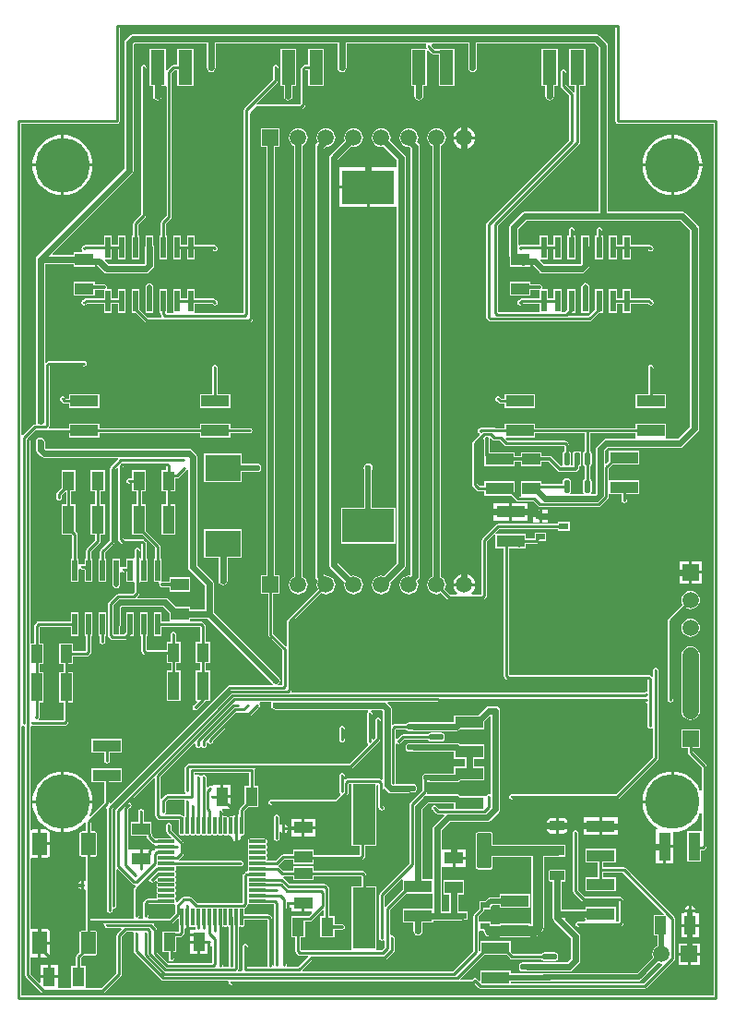
<source format=gbl>
G04*
G04 #@! TF.GenerationSoftware,Altium Limited,Altium Designer,20.1.8 (145)*
G04*
G04 Layer_Physical_Order=2*
G04 Layer_Color=16711680*
%FSLAX25Y25*%
%MOIN*%
G70*
G04*
G04 #@! TF.SameCoordinates,CC740219-02E3-49CA-8287-50D337AD25DE*
G04*
G04*
G04 #@! TF.FilePolarity,Positive*
G04*
G01*
G75*
%ADD13C,0.01000*%
%ADD14R,0.10236X0.04331*%
%ADD15R,0.06693X0.04331*%
%ADD16R,0.05000X0.12520*%
%ADD29C,0.01181*%
%ADD30C,0.02362*%
%ADD31C,0.01968*%
%ADD32C,0.01102*%
%ADD33C,0.19685*%
%ADD34C,0.05906*%
%ADD35R,0.05906X0.05906*%
%ADD36R,0.05906X0.05906*%
%ADD37C,0.01181*%
%ADD38C,0.02362*%
%ADD39C,0.01968*%
G04:AMPARAMS|DCode=40|XSize=82.68mil|YSize=54.33mil|CornerRadius=4.08mil|HoleSize=0mil|Usage=FLASHONLY|Rotation=270.000|XOffset=0mil|YOffset=0mil|HoleType=Round|Shape=RoundedRectangle|*
%AMROUNDEDRECTD40*
21,1,0.08268,0.04618,0,0,270.0*
21,1,0.07453,0.05433,0,0,270.0*
1,1,0.00815,-0.02309,-0.03726*
1,1,0.00815,-0.02309,0.03726*
1,1,0.00815,0.02309,0.03726*
1,1,0.00815,0.02309,-0.03726*
%
%ADD40ROUNDEDRECTD40*%
%ADD41R,0.04331X0.10236*%
%ADD42R,0.18819X0.12402*%
%ADD43R,0.02000X0.07800*%
%ADD44R,0.12992X0.09449*%
G04:AMPARAMS|DCode=45|XSize=51.18mil|YSize=23.23mil|CornerRadius=5.81mil|HoleSize=0mil|Usage=FLASHONLY|Rotation=180.000|XOffset=0mil|YOffset=0mil|HoleType=Round|Shape=RoundedRectangle|*
%AMROUNDEDRECTD45*
21,1,0.05118,0.01161,0,0,180.0*
21,1,0.03957,0.02323,0,0,180.0*
1,1,0.01161,-0.01978,0.00581*
1,1,0.01161,0.01978,0.00581*
1,1,0.01161,0.01978,-0.00581*
1,1,0.01161,-0.01978,-0.00581*
%
%ADD45ROUNDEDRECTD45*%
%ADD46R,0.08300X0.22000*%
G04:AMPARAMS|DCode=47|XSize=127.56mil|YSize=51.58mil|CornerRadius=3.87mil|HoleSize=0mil|Usage=FLASHONLY|Rotation=270.000|XOffset=0mil|YOffset=0mil|HoleType=Round|Shape=RoundedRectangle|*
%AMROUNDEDRECTD47*
21,1,0.12756,0.04384,0,0,270.0*
21,1,0.11982,0.05158,0,0,270.0*
1,1,0.00774,-0.02192,-0.05991*
1,1,0.00774,-0.02192,0.05991*
1,1,0.00774,0.02192,0.05991*
1,1,0.00774,0.02192,-0.05991*
%
%ADD47ROUNDEDRECTD47*%
G04:AMPARAMS|DCode=48|XSize=36.61mil|YSize=51.58mil|CornerRadius=2.75mil|HoleSize=0mil|Usage=FLASHONLY|Rotation=270.000|XOffset=0mil|YOffset=0mil|HoleType=Round|Shape=RoundedRectangle|*
%AMROUNDEDRECTD48*
21,1,0.03661,0.04608,0,0,270.0*
21,1,0.03112,0.05158,0,0,270.0*
1,1,0.00549,-0.02304,-0.01556*
1,1,0.00549,-0.02304,0.01556*
1,1,0.00549,0.02304,0.01556*
1,1,0.00549,0.02304,-0.01556*
%
%ADD48ROUNDEDRECTD48*%
G04:AMPARAMS|DCode=49|XSize=11.02mil|YSize=61.42mil|CornerRadius=2.76mil|HoleSize=0mil|Usage=FLASHONLY|Rotation=180.000|XOffset=0mil|YOffset=0mil|HoleType=Round|Shape=RoundedRectangle|*
%AMROUNDEDRECTD49*
21,1,0.01102,0.05591,0,0,180.0*
21,1,0.00551,0.06142,0,0,180.0*
1,1,0.00551,-0.00276,0.02795*
1,1,0.00551,0.00276,0.02795*
1,1,0.00551,0.00276,-0.02795*
1,1,0.00551,-0.00276,-0.02795*
%
%ADD49ROUNDEDRECTD49*%
G04:AMPARAMS|DCode=50|XSize=11.02mil|YSize=61.42mil|CornerRadius=2.76mil|HoleSize=0mil|Usage=FLASHONLY|Rotation=90.000|XOffset=0mil|YOffset=0mil|HoleType=Round|Shape=RoundedRectangle|*
%AMROUNDEDRECTD50*
21,1,0.01102,0.05591,0,0,90.0*
21,1,0.00551,0.06142,0,0,90.0*
1,1,0.00551,0.02795,0.00276*
1,1,0.00551,0.02795,-0.00276*
1,1,0.00551,-0.02795,-0.00276*
1,1,0.00551,-0.02795,0.00276*
%
%ADD50ROUNDEDRECTD50*%
%ADD51R,0.04331X0.06693*%
%ADD52R,0.03347X0.02362*%
G04:AMPARAMS|DCode=53|XSize=47.64mil|YSize=23.23mil|CornerRadius=5.81mil|HoleSize=0mil|Usage=FLASHONLY|Rotation=270.000|XOffset=0mil|YOffset=0mil|HoleType=Round|Shape=RoundedRectangle|*
%AMROUNDEDRECTD53*
21,1,0.04764,0.01161,0,0,270.0*
21,1,0.03602,0.02323,0,0,270.0*
1,1,0.01161,-0.00581,-0.01801*
1,1,0.01161,-0.00581,0.01801*
1,1,0.01161,0.00581,0.01801*
1,1,0.01161,0.00581,-0.01801*
%
%ADD53ROUNDEDRECTD53*%
%ADD54C,0.02000*%
%ADD55C,0.03543*%
%ADD56C,0.05906*%
G36*
X315876Y500748D02*
X315946Y500399D01*
X316143Y500104D01*
X316439Y499906D01*
X316787Y499837D01*
X351309D01*
Y185124D01*
X101163D01*
Y282274D01*
X101581Y282550D01*
X101663Y282563D01*
X102000Y282497D01*
X102089Y282514D01*
X102589Y282154D01*
Y192500D01*
X102658Y192151D01*
X102856Y191856D01*
X108356Y186356D01*
X108651Y186158D01*
X109000Y186089D01*
X130500D01*
X130849Y186158D01*
X131144Y186356D01*
X137144Y192356D01*
X137342Y192651D01*
X137411Y193000D01*
Y206623D01*
X139090Y208301D01*
X141252D01*
X141619Y207801D01*
X141604Y207728D01*
X141681Y207344D01*
X141697Y207320D01*
Y201204D01*
X141766Y200855D01*
X141964Y200559D01*
X151667Y190856D01*
X151963Y190658D01*
X152312Y190589D01*
X175654D01*
X176014Y190089D01*
X175996Y190000D01*
X176073Y189616D01*
X176290Y189290D01*
X176616Y189073D01*
X177000Y188997D01*
X177384Y189073D01*
X177408Y189089D01*
X264491D01*
X264840Y189158D01*
X265050Y189299D01*
X266367Y187982D01*
X266663Y187784D01*
X267012Y187715D01*
X326566D01*
X326914Y187784D01*
X327210Y187982D01*
X337070Y197841D01*
X337267Y198137D01*
X337336Y198486D01*
Y213035D01*
X337267Y213384D01*
X337070Y213680D01*
X319605Y231144D01*
X319309Y231342D01*
X318961Y231411D01*
X311411D01*
Y233126D01*
X316012D01*
Y238244D01*
X304988D01*
Y233126D01*
X309589D01*
Y230500D01*
Y227874D01*
X304988D01*
Y222756D01*
X316012D01*
Y227874D01*
X311411D01*
Y229589D01*
X318583D01*
X333470Y214702D01*
X333279Y214240D01*
X329626D01*
Y206760D01*
X331174D01*
Y203119D01*
X330891Y203002D01*
X330192Y202466D01*
X329656Y201766D01*
X329318Y200952D01*
X329204Y200079D01*
X329318Y199205D01*
X329436Y198923D01*
X323678Y193165D01*
X294534D01*
X294394Y193258D01*
X294014Y193334D01*
X290057D01*
X289677Y193258D01*
X289481Y193127D01*
X278012D01*
Y194244D01*
X266988D01*
Y190591D01*
X266526Y190400D01*
X265709Y191218D01*
X265413Y191415D01*
X265064Y191484D01*
X264716Y191415D01*
X264420Y191218D01*
X264114Y190911D01*
X260085D01*
X259894Y191373D01*
X268277Y199756D01*
X276723D01*
X277883Y198596D01*
X278179Y198398D01*
X278528Y198329D01*
X289129D01*
X289139Y198279D01*
X289355Y197957D01*
X289677Y197742D01*
X290057Y197666D01*
X294014D01*
X294394Y197742D01*
X294716Y197957D01*
X294932Y198279D01*
X295007Y198660D01*
Y199821D01*
X294932Y200201D01*
X294716Y200523D01*
X294394Y200739D01*
X294014Y200814D01*
X290057D01*
X289677Y200739D01*
X289355Y200523D01*
X289139Y200201D01*
X289129Y200151D01*
X278905D01*
X278012Y201045D01*
Y204874D01*
X266988D01*
Y201452D01*
X266911Y201403D01*
X266411Y201680D01*
Y208290D01*
X266665Y208685D01*
X266911Y208685D01*
X268036D01*
X268115Y208606D01*
X268267Y207840D01*
X268746Y207124D01*
X269462Y206645D01*
X270307Y206477D01*
X273988D01*
Y206126D01*
X285012D01*
Y206477D01*
X286631D01*
X287476Y206645D01*
X288192Y207124D01*
X289345Y208277D01*
X289824Y208993D01*
X289992Y209838D01*
Y235292D01*
X292385D01*
X292534Y235262D01*
X297143D01*
X297403Y235314D01*
X297624Y235462D01*
X297772Y235683D01*
X297824Y235944D01*
Y239056D01*
X297772Y239317D01*
X297624Y239538D01*
X297403Y239686D01*
X297143Y239738D01*
X292534D01*
X292385Y239708D01*
X271488D01*
Y243491D01*
X271427Y243796D01*
X271255Y244054D01*
X270996Y244226D01*
X270692Y244287D01*
X266308D01*
X266003Y244226D01*
X265745Y244054D01*
X265573Y243796D01*
X265512Y243491D01*
Y231509D01*
X265573Y231204D01*
X265745Y230946D01*
X266003Y230774D01*
X266308Y230713D01*
X270692D01*
X270996Y230774D01*
X271255Y230946D01*
X271427Y231204D01*
X271488Y231509D01*
Y235292D01*
X285576D01*
Y210893D01*
X285012D01*
Y211244D01*
X273988D01*
Y210893D01*
X270799D01*
Y211835D01*
X268887D01*
X268732Y211865D01*
X268577Y211835D01*
X266665Y211835D01*
X266411Y212229D01*
Y213638D01*
X268203Y215430D01*
X268401Y215726D01*
X268470Y216075D01*
Y216165D01*
X270799D01*
Y217328D01*
X271381Y217910D01*
X273988D01*
Y216756D01*
X285012D01*
Y221874D01*
X273988D01*
Y220720D01*
X270799D01*
X270262Y220613D01*
X269806Y220308D01*
X268812Y219315D01*
X266665D01*
Y217147D01*
X266648Y217059D01*
Y216452D01*
X264856Y214660D01*
X264658Y214365D01*
X264589Y214016D01*
Y201377D01*
X257123Y193911D01*
X202853D01*
X202662Y194373D01*
X206377Y198089D01*
X232500D01*
X232849Y198158D01*
X233144Y198356D01*
X235845Y201057D01*
X236043Y201352D01*
X236112Y201701D01*
Y205592D01*
X236128Y205616D01*
X236205Y206000D01*
X236128Y206384D01*
X235911Y206710D01*
X235585Y206927D01*
X235201Y207003D01*
X234963Y206956D01*
X234565Y207188D01*
X234463Y207292D01*
Y216176D01*
X240358Y222071D01*
X249894D01*
Y216559D01*
X238995D01*
Y211441D01*
X242901D01*
Y208493D01*
X243024Y207878D01*
X243372Y207358D01*
X243390Y207346D01*
X243401Y207328D01*
X243922Y206980D01*
X244537Y206858D01*
X245151Y206980D01*
X245672Y207328D01*
X246020Y207849D01*
X246142Y208463D01*
X246113Y208612D01*
Y211441D01*
X250019D01*
Y212394D01*
X251296D01*
X251296Y212394D01*
X251296Y212394D01*
X260268D01*
X260423Y212425D01*
X262335D01*
Y215575D01*
X260423D01*
X260268Y215606D01*
X259106D01*
Y221626D01*
X261240D01*
Y226744D01*
X253760D01*
Y221626D01*
X255894D01*
Y215606D01*
X253106D01*
Y231170D01*
X253154Y231650D01*
X253606Y231650D01*
X257000D01*
Y234815D01*
Y237980D01*
X253606D01*
X253154Y237980D01*
X253106Y238460D01*
Y244835D01*
X256165Y247894D01*
X269500D01*
X269500Y247894D01*
X270114Y248017D01*
X270635Y248365D01*
X273635Y251365D01*
X273983Y251886D01*
X274106Y252500D01*
X274106Y252500D01*
Y288000D01*
X273983Y288615D01*
X273635Y289135D01*
X273114Y289483D01*
X272500Y289606D01*
X270138D01*
X270138Y289606D01*
X269523Y289483D01*
X269002Y289135D01*
X266241Y286374D01*
X257488D01*
Y283846D01*
X242965D01*
X242807Y283814D01*
X240986D01*
X240606Y283739D01*
X240284Y283523D01*
X240070Y283204D01*
X236146D01*
X235777Y283130D01*
X235465Y282921D01*
X235402Y282859D01*
X234940Y283050D01*
Y288616D01*
X234940Y288616D01*
X234818Y289231D01*
X234470Y289752D01*
X234470Y289752D01*
X233558Y290664D01*
X233765Y291164D01*
X251443D01*
X251452Y291158D01*
X251800Y291089D01*
X326592D01*
X326616Y291073D01*
X327000Y290997D01*
X327089Y291014D01*
X327589Y290654D01*
Y282908D01*
X327573Y282884D01*
X327497Y282500D01*
X327573Y282116D01*
X327790Y281790D01*
X328116Y281573D01*
X328500Y281497D01*
X328884Y281573D01*
X329089Y281710D01*
X329500Y281559D01*
X329589Y281488D01*
Y271377D01*
X316123Y257911D01*
X278908D01*
X278884Y257927D01*
X278500Y258003D01*
X278116Y257927D01*
X277790Y257710D01*
X277573Y257384D01*
X277497Y257000D01*
X277573Y256616D01*
X277790Y256290D01*
X278116Y256073D01*
X278500Y255996D01*
X278884Y256073D01*
X278908Y256089D01*
X316500D01*
X316849Y256158D01*
X317144Y256356D01*
X331144Y270356D01*
X331342Y270651D01*
X331411Y271000D01*
Y302092D01*
X331427Y302116D01*
X331504Y302500D01*
X331427Y302884D01*
X331210Y303210D01*
X330884Y303427D01*
X330500Y303503D01*
X330116Y303427D01*
X329790Y303210D01*
X329573Y302884D01*
X329497Y302500D01*
X329573Y302116D01*
X329589Y302092D01*
Y300293D01*
X329317Y300150D01*
X329089Y300114D01*
X328558Y300644D01*
X328263Y300842D01*
X327914Y300911D01*
X277463D01*
X277411Y300963D01*
Y346626D01*
X280992D01*
X281080Y346608D01*
X281168Y346626D01*
X283512D01*
Y348274D01*
X287009D01*
X287357Y348343D01*
X287653Y348541D01*
X288239Y349127D01*
X288278Y349185D01*
X290835D01*
Y352335D01*
X286701D01*
Y350167D01*
X286701Y350166D01*
X286631Y350096D01*
X283512D01*
Y351744D01*
X272890D01*
X272740Y351744D01*
X272533Y352244D01*
X273877Y353589D01*
X295165D01*
Y352925D01*
X299299D01*
Y356075D01*
X295165D01*
Y355411D01*
X273500D01*
X273151Y355342D01*
X272856Y355144D01*
X267856Y350144D01*
X267658Y349849D01*
X267589Y349500D01*
Y329963D01*
X267537Y329911D01*
X263971D01*
X263801Y330411D01*
X264055Y330606D01*
X264689Y331432D01*
X265087Y332393D01*
X265157Y332925D01*
X257315D01*
X257385Y332393D01*
X257784Y331432D01*
X258417Y330606D01*
X258671Y330411D01*
X258501Y329911D01*
X256039D01*
X254175Y331775D01*
X254497Y332552D01*
X254611Y333425D01*
X254497Y334299D01*
X254159Y335113D01*
X253623Y335812D01*
X252924Y336348D01*
X252842Y336382D01*
Y491885D01*
X252924Y491919D01*
X253623Y492456D01*
X254159Y493155D01*
X254497Y493969D01*
X254611Y494842D01*
X254497Y495716D01*
X254159Y496530D01*
X253623Y497229D01*
X252924Y497766D01*
X252110Y498103D01*
X251236Y498218D01*
X250363Y498103D01*
X249549Y497766D01*
X248850Y497229D01*
X248313Y496530D01*
X247976Y495716D01*
X247861Y494842D01*
X247976Y493969D01*
X248313Y493155D01*
X248850Y492456D01*
X249549Y491919D01*
X249630Y491885D01*
Y336382D01*
X249549Y336348D01*
X248850Y335812D01*
X248313Y335113D01*
X247976Y334299D01*
X247861Y333425D01*
X247976Y332552D01*
X248313Y331737D01*
X248850Y331038D01*
X249549Y330502D01*
X250363Y330165D01*
X251236Y330050D01*
X252110Y330165D01*
X252886Y330486D01*
X255017Y328356D01*
X255313Y328158D01*
X255661Y328089D01*
X267914D01*
X268263Y328158D01*
X268559Y328356D01*
X269144Y328941D01*
X269342Y329237D01*
X269411Y329586D01*
Y349123D01*
X271988Y351699D01*
X272488Y351492D01*
X272488Y351348D01*
Y346626D01*
X275589D01*
Y300586D01*
X275658Y300237D01*
X275856Y299941D01*
X276442Y299356D01*
X276737Y299158D01*
X277086Y299089D01*
X327537D01*
X327589Y299037D01*
Y295346D01*
X327089Y294986D01*
X327000Y295004D01*
X326616Y294927D01*
X326290Y294710D01*
X326091Y294411D01*
X198841D01*
X198695Y294911D01*
X198842Y295131D01*
X198911Y295479D01*
Y319812D01*
X209586Y330486D01*
X210363Y330165D01*
X211236Y330050D01*
X212110Y330165D01*
X212924Y330502D01*
X213623Y331038D01*
X214159Y331737D01*
X214496Y332552D01*
X214612Y333425D01*
X214496Y334299D01*
X214159Y335113D01*
X213623Y335812D01*
X212924Y336348D01*
X212110Y336685D01*
X211236Y336801D01*
X211048Y336776D01*
X210578Y337246D01*
Y491022D01*
X211048Y491492D01*
X211236Y491467D01*
X212110Y491582D01*
X212924Y491919D01*
X213623Y492456D01*
X214159Y493155D01*
X214496Y493969D01*
X214612Y494842D01*
X214496Y495716D01*
X214159Y496530D01*
X213623Y497229D01*
X212924Y497766D01*
X212110Y498103D01*
X211236Y498218D01*
X210363Y498103D01*
X209548Y497766D01*
X208850Y497229D01*
X208313Y496530D01*
X207976Y495716D01*
X207861Y494842D01*
X207976Y493969D01*
X208271Y493257D01*
X207837Y492823D01*
X207489Y492302D01*
X207367Y491687D01*
X207367Y491687D01*
Y336581D01*
X207367Y336581D01*
X207489Y335966D01*
X207837Y335445D01*
X208271Y335011D01*
X207976Y334299D01*
X207861Y333425D01*
X207976Y332552D01*
X208297Y331775D01*
X197356Y320833D01*
X197158Y320538D01*
X197089Y320189D01*
Y311486D01*
X196627Y311294D01*
X192147Y315774D01*
Y330079D01*
X194583D01*
Y336772D01*
X192842D01*
Y491496D01*
X194583D01*
Y498189D01*
X187890D01*
Y491496D01*
X189630D01*
Y336772D01*
X187890D01*
Y330079D01*
X190325D01*
Y315396D01*
X190394Y315048D01*
X190592Y314752D01*
X195589Y309755D01*
Y297251D01*
X195537Y297199D01*
X194039D01*
X193887Y297699D01*
X194135Y297865D01*
X194483Y298386D01*
X194606Y299000D01*
X194483Y299614D01*
X194135Y300135D01*
X194135Y300135D01*
X170606Y323665D01*
Y334000D01*
X170483Y334614D01*
X170135Y335135D01*
X164606Y340665D01*
Y379616D01*
X164606Y379616D01*
X164483Y380231D01*
X164135Y380752D01*
X164135Y380752D01*
X162752Y382135D01*
X162231Y382483D01*
X161616Y382606D01*
X161616Y382606D01*
X110049D01*
X109606Y383049D01*
Y385000D01*
X109483Y385614D01*
X109135Y386135D01*
X108615Y386483D01*
X108000Y386606D01*
X107386Y386483D01*
X106865Y386135D01*
X106517Y385614D01*
X106394Y385000D01*
Y382384D01*
X106394Y382384D01*
X106517Y381769D01*
X106865Y381248D01*
X108248Y379865D01*
X108248Y379865D01*
X108769Y379517D01*
X109384Y379394D01*
X109384Y379394D01*
X136013D01*
X136221Y378894D01*
X133356Y376029D01*
X133158Y375734D01*
X133089Y375385D01*
Y349377D01*
X129856Y346144D01*
X129658Y345849D01*
X129589Y345500D01*
Y342994D01*
X129106D01*
Y334406D01*
X131894D01*
Y342994D01*
X131411D01*
Y345123D01*
X134644Y348356D01*
X134842Y348651D01*
X134911Y349000D01*
Y375008D01*
X135627Y375723D01*
X136089Y375532D01*
Y350000D01*
X136158Y349651D01*
X136356Y349356D01*
X137356Y348356D01*
X137651Y348158D01*
X138000Y348089D01*
X144537D01*
X144589Y348037D01*
Y342994D01*
X144106D01*
X143911Y343413D01*
Y345592D01*
X143927Y345616D01*
X144003Y346000D01*
X143927Y346384D01*
X143710Y346710D01*
X143384Y346927D01*
X143000Y347004D01*
X142616Y346927D01*
X142290Y346710D01*
X142073Y346384D01*
X141997Y346000D01*
X142073Y345616D01*
X142089Y345592D01*
Y343413D01*
X141894Y342994D01*
X141589Y342994D01*
X139106D01*
Y339911D01*
X138408D01*
X138384Y339927D01*
X138000Y340003D01*
X137616Y339927D01*
X137394Y339779D01*
X137027Y339902D01*
X136894Y340000D01*
Y342994D01*
X134106D01*
Y338838D01*
X134079Y338700D01*
Y333654D01*
X134187Y333110D01*
X134495Y332649D01*
X134956Y332341D01*
X135500Y332233D01*
X136044Y332341D01*
X136505Y332649D01*
X136813Y333110D01*
X136921Y333654D01*
Y337982D01*
X136988Y338038D01*
X137421Y338203D01*
X137616Y338073D01*
X138000Y337997D01*
X138384Y338073D01*
X138408Y338089D01*
X139106D01*
Y334406D01*
X141894Y334406D01*
X142089Y333987D01*
Y330877D01*
X141327Y330116D01*
X136024D01*
X135676Y330047D01*
X135380Y329849D01*
X132781Y327250D01*
X132583Y326954D01*
X132514Y326606D01*
Y315086D01*
X132583Y314737D01*
X132781Y314441D01*
X133367Y313856D01*
X133662Y313658D01*
X134011Y313589D01*
X138600D01*
X138949Y313658D01*
X139244Y313856D01*
X140395Y315006D01*
X141894D01*
Y323594D01*
X139106D01*
Y316295D01*
X138223Y315411D01*
X136894D01*
Y318551D01*
X136983Y318686D01*
X137106Y319300D01*
Y325081D01*
X137549Y325524D01*
X152461D01*
X154697Y323288D01*
X154697Y320441D01*
X154292Y320211D01*
X151894D01*
Y323594D01*
X149106D01*
Y315006D01*
X151894D01*
Y318389D01*
X165852D01*
X165904Y318337D01*
Y312740D01*
X164256D01*
Y305260D01*
X165904D01*
Y302512D01*
X164256D01*
Y291488D01*
X164497D01*
X164689Y291026D01*
X163832Y290170D01*
X163742Y290109D01*
X163668Y290035D01*
X163578Y290018D01*
X163253Y289800D01*
X163035Y289475D01*
X162959Y289090D01*
X163035Y288706D01*
X163253Y288381D01*
X163578Y288163D01*
X163962Y288087D01*
X164347Y288163D01*
X164672Y288381D01*
X164836Y288627D01*
X164970Y288760D01*
X165060Y288821D01*
X167459Y291220D01*
X167639Y291488D01*
X169374D01*
Y302512D01*
X167726D01*
Y305260D01*
X169374D01*
Y312740D01*
X167726D01*
Y318714D01*
X167657Y319063D01*
X167459Y319358D01*
X166874Y319944D01*
X166578Y320142D01*
X166229Y320211D01*
X162582D01*
X162177Y320441D01*
X162177Y320711D01*
Y321394D01*
X168335D01*
X191865Y297865D01*
X191865Y297865D01*
X192113Y297699D01*
X192052Y297354D01*
X191961Y297199D01*
X176316D01*
X175968Y297129D01*
X175672Y296932D01*
X175085Y296344D01*
X174997Y296286D01*
X133411Y254700D01*
X132911Y254907D01*
Y262126D01*
X137512D01*
Y267244D01*
X126488D01*
Y262126D01*
X131089D01*
Y254877D01*
X126122Y249910D01*
X125691Y250141D01*
X126344Y251718D01*
X126742Y253377D01*
X126837Y254579D01*
X116500D01*
Y244242D01*
X117701Y244337D01*
X119361Y244735D01*
X120938Y245388D01*
X122393Y246280D01*
X123690Y247388D01*
X124089Y247855D01*
X124589Y247670D01*
Y244457D01*
X123010D01*
X122697Y244394D01*
X122432Y244217D01*
X122255Y243952D01*
X122193Y243640D01*
Y236187D01*
X122255Y235874D01*
X122432Y235609D01*
X122697Y235432D01*
X123010Y235370D01*
X124408D01*
Y226683D01*
X123967Y226448D01*
X123891Y226498D01*
X123770Y226522D01*
Y225000D01*
Y223478D01*
X123891Y223502D01*
X123967Y223552D01*
X124408Y223317D01*
Y208630D01*
X123010D01*
X122697Y208568D01*
X122432Y208391D01*
X122255Y208126D01*
X122193Y207813D01*
Y200832D01*
X121171Y199810D01*
X120973Y199514D01*
X120904Y199165D01*
Y195740D01*
X119256D01*
Y188260D01*
X118900Y187911D01*
X114350D01*
Y191500D01*
X111185D01*
X108020D01*
Y189922D01*
X107558Y189731D01*
X104411Y192877D01*
Y198754D01*
X104911Y199017D01*
X105372Y198925D01*
X107181D01*
Y204087D01*
Y209248D01*
X105372D01*
X104911Y209156D01*
X104411Y209419D01*
Y234581D01*
X104911Y234844D01*
X105372Y234752D01*
X107181D01*
Y239913D01*
Y245075D01*
X105372D01*
X104911Y244983D01*
X104411Y245246D01*
Y282154D01*
X104911Y282514D01*
X105000Y282497D01*
X105384Y282573D01*
X105408Y282589D01*
X116729D01*
X117078Y282658D01*
X117374Y282856D01*
X117959Y283441D01*
X118157Y283737D01*
X118226Y284086D01*
Y290988D01*
X119874D01*
Y302012D01*
X118226D01*
Y304760D01*
X119874D01*
Y307589D01*
X124914D01*
X125263Y307658D01*
X125558Y307856D01*
X126144Y308441D01*
X126342Y308737D01*
X126411Y309086D01*
Y315006D01*
X126894D01*
Y323594D01*
X124106D01*
Y315006D01*
X124589D01*
Y309463D01*
X124537Y309411D01*
X119874D01*
Y312240D01*
X114756D01*
Y304760D01*
X116404D01*
Y302012D01*
X114756D01*
Y290988D01*
X116404D01*
Y284463D01*
X116352Y284411D01*
X107512D01*
X107441Y284500D01*
X107290Y284911D01*
X107427Y285116D01*
X107447Y285217D01*
X107527Y285336D01*
X107596Y285685D01*
Y290988D01*
X109244D01*
Y302012D01*
X107596D01*
Y304760D01*
X109244D01*
Y312240D01*
X107596D01*
Y318337D01*
X107648Y318389D01*
X119106D01*
Y315006D01*
X121894D01*
Y323594D01*
X119106D01*
Y320211D01*
X107271D01*
X106922Y320142D01*
X106626Y319944D01*
X106041Y319358D01*
X105843Y319063D01*
X105774Y318714D01*
Y312240D01*
X104411D01*
Y385652D01*
X106880Y388120D01*
X118362D01*
Y386575D01*
X129386D01*
Y388223D01*
X165606D01*
Y386575D01*
X176630D01*
Y388223D01*
X183226D01*
X183250Y388207D01*
X183634Y388130D01*
X184018Y388207D01*
X184343Y388424D01*
X184561Y388750D01*
X184637Y389134D01*
X184561Y389518D01*
X184343Y389843D01*
X184018Y390061D01*
X183634Y390137D01*
X183250Y390061D01*
X183226Y390045D01*
X176630D01*
Y391693D01*
X165606D01*
Y390045D01*
X129386D01*
Y391693D01*
X118362D01*
Y389943D01*
X111332D01*
X111244Y390156D01*
X111175Y390443D01*
X111342Y390693D01*
X111411Y391041D01*
Y412411D01*
X111463Y412463D01*
X123466D01*
X123490Y412447D01*
X123874Y412370D01*
X124258Y412447D01*
X124584Y412664D01*
X124801Y412990D01*
X124878Y413374D01*
X124801Y413758D01*
X124584Y414084D01*
X124258Y414301D01*
X123874Y414377D01*
X123490Y414301D01*
X123466Y414285D01*
X111086D01*
X110737Y414216D01*
X110442Y414018D01*
X110106Y413683D01*
X109606Y413890D01*
Y449394D01*
X120134D01*
Y448386D01*
X127614D01*
Y448781D01*
X128449D01*
X130865Y446365D01*
X130865Y446365D01*
X131386Y446017D01*
X132000Y445894D01*
X146112D01*
X146112Y445894D01*
X146727Y446017D01*
X147248Y446365D01*
X148631Y447748D01*
X148631Y447748D01*
X148979Y448269D01*
X149102Y448884D01*
X149102Y448884D01*
Y455330D01*
X148979Y455944D01*
X148890Y456079D01*
Y459624D01*
X146102D01*
Y456079D01*
X146013Y455944D01*
X145890Y455330D01*
Y449549D01*
X145447Y449106D01*
X132665D01*
X131234Y450536D01*
X131442Y451036D01*
X133890D01*
Y454419D01*
X136102D01*
Y451036D01*
X138890D01*
Y459624D01*
X136102D01*
Y456241D01*
X133890D01*
Y459624D01*
X131102D01*
Y456241D01*
X124351D01*
X124003Y456172D01*
X123707Y455974D01*
X123579Y455847D01*
X123490Y455829D01*
X123164Y455611D01*
X122947Y455286D01*
X122870Y454902D01*
X122947Y454518D01*
X123164Y454192D01*
X123178Y453586D01*
X123119Y453504D01*
X120134D01*
Y452606D01*
X112530D01*
X112338Y453068D01*
X141135Y481865D01*
X141135Y481865D01*
X141483Y482385D01*
X141606Y483000D01*
Y528451D01*
X142049Y528894D01*
X168162D01*
Y520189D01*
X168284Y519574D01*
X168632Y519054D01*
X169153Y518706D01*
X169768Y518583D01*
X170382Y518706D01*
X170903Y519054D01*
X171251Y519574D01*
X171373Y520189D01*
Y528894D01*
X215406D01*
Y520189D01*
X215528Y519574D01*
X215876Y519054D01*
X216397Y518706D01*
X217012Y518583D01*
X217626Y518706D01*
X218147Y519054D01*
X218495Y519574D01*
X218618Y520189D01*
Y528894D01*
X247312D01*
X247580Y528394D01*
X247573Y528384D01*
X247497Y528000D01*
X247573Y527616D01*
X247589Y527592D01*
Y527500D01*
X247620Y527343D01*
X247352Y526912D01*
X247263Y526843D01*
X241961D01*
Y513535D01*
X243177D01*
Y510000D01*
X243299Y509385D01*
X243647Y508865D01*
X244168Y508517D01*
X244782Y508394D01*
X245397Y508517D01*
X245918Y508865D01*
X246266Y509385D01*
X246388Y510000D01*
Y513535D01*
X247748D01*
Y526256D01*
X248248Y526463D01*
X249407Y525305D01*
X249702Y525107D01*
X250051Y525038D01*
X251961D01*
Y513535D01*
X257748D01*
Y526843D01*
X252942D01*
X252854Y526860D01*
X250428D01*
X249468Y527821D01*
X249503Y528000D01*
X249427Y528384D01*
X249420Y528394D01*
X249688Y528894D01*
X262650D01*
Y520189D01*
X262773Y519574D01*
X263121Y519054D01*
X263642Y518706D01*
X264256Y518583D01*
X264871Y518706D01*
X265391Y519054D01*
X265739Y519574D01*
X265862Y520189D01*
Y528894D01*
X308335D01*
X309894Y527335D01*
Y468106D01*
X283000D01*
X283000Y468106D01*
X282385Y467983D01*
X281865Y467635D01*
X278053Y463824D01*
X277705Y463303D01*
X277583Y462689D01*
X277583Y462689D01*
Y451929D01*
X277583Y451929D01*
X277614Y451774D01*
Y448386D01*
X282183D01*
X282339Y448355D01*
X282494Y448386D01*
X285094D01*
Y448781D01*
X285929D01*
X288345Y446365D01*
X288345Y446365D01*
X288866Y446017D01*
X289480Y445894D01*
X303593D01*
X303593Y445894D01*
X304207Y446017D01*
X304728Y446365D01*
X306112Y447748D01*
X306112Y447748D01*
X306460Y448269D01*
X306582Y448884D01*
X306582Y448884D01*
Y455330D01*
X306460Y455944D01*
X306370Y456079D01*
Y459624D01*
X303583D01*
Y456079D01*
X303493Y455944D01*
X303371Y455330D01*
Y449549D01*
X302928Y449106D01*
X290145D01*
X288715Y450536D01*
X288922Y451036D01*
X291370D01*
Y454419D01*
X293583D01*
Y451036D01*
X296370D01*
Y459624D01*
X293583D01*
Y456241D01*
X291370D01*
Y459624D01*
X288583D01*
Y456241D01*
X281832D01*
X281483Y456172D01*
X281294Y456046D01*
X280949Y456165D01*
X280795Y456289D01*
Y462024D01*
X283665Y464894D01*
X339335D01*
X342894Y461335D01*
Y390665D01*
X338335Y386106D01*
X334185D01*
X334110Y386575D01*
X334110D01*
Y391693D01*
X323087D01*
Y390045D01*
X286866D01*
Y391693D01*
X275842D01*
Y390045D01*
X272387D01*
X272308Y390098D01*
X271959Y390167D01*
X267305D01*
X266956Y390098D01*
X266851Y390027D01*
X266683Y389994D01*
X266357Y389776D01*
X266140Y389451D01*
X266063Y389067D01*
X266140Y388683D01*
X266357Y388357D01*
X266660Y388155D01*
X266685Y388131D01*
X266815Y387604D01*
X264356Y385144D01*
X264158Y384849D01*
X264089Y384500D01*
Y369500D01*
X264158Y369151D01*
X264356Y368856D01*
X265671Y367541D01*
X265966Y367343D01*
X266315Y367274D01*
X268488D01*
Y365626D01*
X278223D01*
X280021Y363828D01*
X280317Y363631D01*
X280665Y363561D01*
X286150D01*
X287930Y361781D01*
X288226Y361583D01*
X288575Y361514D01*
X309859D01*
X310208Y361583D01*
X310504Y361781D01*
X313219Y364496D01*
X313417Y364792D01*
X313486Y365141D01*
Y365627D01*
X313488Y366126D01*
X313986Y366126D01*
X318089D01*
Y364408D01*
X318073Y364384D01*
X317997Y364000D01*
X318073Y363616D01*
X318290Y363290D01*
X318616Y363073D01*
X319000Y362997D01*
X319384Y363073D01*
X319710Y363290D01*
X319927Y363616D01*
X320004Y364000D01*
X319927Y364384D01*
X319911Y364408D01*
Y366126D01*
X324512D01*
Y371244D01*
X313986D01*
X313488Y371244D01*
X313486Y371743D01*
Y375465D01*
X314777Y376756D01*
X324512D01*
Y381874D01*
X313488D01*
Y378045D01*
X312568Y377124D01*
X312106Y377315D01*
Y381835D01*
X313165Y382894D01*
X339000D01*
X339000Y382894D01*
X339615Y383017D01*
X340135Y383365D01*
X345635Y388865D01*
X345635Y388865D01*
X345983Y389386D01*
X346106Y390000D01*
Y462000D01*
X345983Y462614D01*
X345635Y463135D01*
X341135Y467635D01*
X340615Y467983D01*
X340000Y468106D01*
X340000Y468106D01*
X313106D01*
Y528000D01*
X312983Y528615D01*
X312635Y529135D01*
X312635Y529135D01*
X310135Y531635D01*
X309614Y531983D01*
X309000Y532106D01*
X309000Y532106D01*
X141384D01*
X141384Y532106D01*
X140769Y531983D01*
X140248Y531635D01*
X140248Y531635D01*
X138865Y530252D01*
X138517Y529731D01*
X138394Y529116D01*
X138394Y529116D01*
Y483665D01*
X106865Y452135D01*
X106517Y451615D01*
X106394Y451000D01*
X106394Y451000D01*
Y392530D01*
X106517Y391916D01*
X106549Y391867D01*
X106282Y391367D01*
X105956D01*
X105607Y391298D01*
X105311Y391100D01*
X101663Y387452D01*
X101163Y387659D01*
Y499837D01*
X135685D01*
X136034Y499906D01*
X136329Y500104D01*
X136527Y500399D01*
X136596Y500748D01*
Y534482D01*
X315876D01*
Y500748D01*
D02*
G37*
G36*
X323087Y386575D02*
X323087D01*
X323012Y386106D01*
X312500D01*
X312500Y386106D01*
X311885Y385983D01*
X311365Y385635D01*
X311365Y385635D01*
X309365Y383635D01*
X309017Y383115D01*
X308894Y382500D01*
X308894Y382500D01*
Y366665D01*
X308335Y366106D01*
X307250D01*
X307115Y366374D01*
X307057Y366606D01*
X307239Y366878D01*
X307314Y367258D01*
Y370860D01*
X307239Y371240D01*
X307023Y371563D01*
X306701Y371778D01*
X306651Y371788D01*
Y376212D01*
X306701Y376222D01*
X307023Y376437D01*
X307239Y376760D01*
X307314Y377140D01*
Y380742D01*
X307239Y381122D01*
X307023Y381445D01*
X306701Y381660D01*
X306651Y381670D01*
Y388223D01*
X323087D01*
Y386575D01*
D02*
G37*
G36*
X271468Y385856D02*
X271763Y385658D01*
X272112Y385589D01*
X274123D01*
X275856Y383856D01*
X276151Y383658D01*
X276500Y383589D01*
X297297D01*
X297349Y383537D01*
Y381670D01*
X297299Y381660D01*
X296977Y381445D01*
X296761Y381122D01*
X296686Y380742D01*
Y377140D01*
X296727Y376930D01*
X296466Y376502D01*
X296381Y376428D01*
X296092Y376394D01*
X292962Y379525D01*
X292636Y379742D01*
X292252Y379819D01*
X289240D01*
Y381374D01*
X281760D01*
Y379819D01*
X279512D01*
Y381374D01*
X270476D01*
Y386140D01*
X270976Y386348D01*
X271468Y385856D01*
D02*
G37*
G36*
X304829Y381670D02*
X304779Y381660D01*
X304457Y381445D01*
X304242Y381122D01*
X304166Y380742D01*
Y377140D01*
X304242Y376760D01*
X304457Y376437D01*
X304779Y376222D01*
X304829Y376212D01*
Y371788D01*
X304779Y371778D01*
X304457Y371563D01*
X304242Y371240D01*
X304166Y370860D01*
Y367258D01*
X304242Y366878D01*
X304423Y366606D01*
X304365Y366374D01*
X304230Y366106D01*
X299770D01*
X299635Y366374D01*
X299577Y366606D01*
X299758Y366878D01*
X299834Y367258D01*
Y370860D01*
X299758Y371240D01*
X299543Y371563D01*
X299221Y371778D01*
X298840Y371854D01*
X297679D01*
X297299Y371778D01*
X296977Y371563D01*
X296761Y371240D01*
X296686Y370860D01*
Y369970D01*
X289240D01*
Y370744D01*
X281760D01*
Y365626D01*
X281360Y365384D01*
X281043D01*
X279512Y366915D01*
Y370744D01*
X268488D01*
Y369096D01*
X266692D01*
X265911Y369877D01*
Y384123D01*
X267969Y386180D01*
X268469Y385973D01*
Y380390D01*
X268488Y380293D01*
Y376256D01*
X279512D01*
Y377812D01*
X281760D01*
Y376256D01*
X289240D01*
Y377812D01*
X291837D01*
X295166Y374482D01*
X295491Y374265D01*
X295875Y374188D01*
X301308D01*
X301692Y374265D01*
X302018Y374482D01*
X302565Y375030D01*
X302783Y375355D01*
X302859Y375739D01*
Y376202D01*
X302961Y376222D01*
X303283Y376437D01*
X303499Y376760D01*
X303574Y377140D01*
Y380742D01*
X303499Y381122D01*
X303283Y381445D01*
X302961Y381660D01*
X302581Y381736D01*
X301419D01*
X301039Y381660D01*
X300717Y381445D01*
X300501Y381122D01*
X300426Y380742D01*
Y377140D01*
X300468Y376928D01*
X300202Y376525D01*
X300130Y376469D01*
X300058Y376525D01*
X299792Y376928D01*
X299834Y377140D01*
Y380742D01*
X299758Y381122D01*
X299543Y381445D01*
X299221Y381660D01*
X299171Y381670D01*
Y383914D01*
X299102Y384263D01*
X298904Y384559D01*
X298318Y385144D01*
X298023Y385342D01*
X297674Y385411D01*
X276877D01*
X276214Y386075D01*
X276421Y386575D01*
X286866D01*
Y388223D01*
X304829D01*
Y381670D01*
D02*
G37*
G36*
X153404Y376037D02*
Y374740D01*
X151756D01*
Y367260D01*
X153404D01*
Y362512D01*
X151756D01*
Y351488D01*
X156874D01*
Y362512D01*
X155226D01*
Y367260D01*
X156874D01*
Y371983D01*
X157395D01*
X157743Y372053D01*
X158039Y372250D01*
X160356Y374567D01*
X160384Y374573D01*
X160710Y374790D01*
X161309Y374787D01*
X161394Y374724D01*
Y340000D01*
X161394Y340000D01*
X161517Y339386D01*
X161865Y338865D01*
X167394Y333335D01*
Y324606D01*
X162177D01*
Y325559D01*
X156968D01*
X154261Y328265D01*
X153740Y328613D01*
X153126Y328736D01*
X153126Y328736D01*
X143178D01*
X142986Y329198D01*
X143644Y329856D01*
X143842Y330151D01*
X143911Y330500D01*
Y333987D01*
X144106Y334406D01*
X146894D01*
Y342994D01*
X146411D01*
Y348414D01*
X146342Y348763D01*
X146144Y349059D01*
X145559Y349644D01*
X145263Y349842D01*
X144914Y349911D01*
X138377D01*
X137911Y350377D01*
Y376037D01*
X137963Y376089D01*
X153352D01*
X153404Y376037D01*
D02*
G37*
G36*
X270894Y285779D02*
Y258188D01*
X270394Y257920D01*
X270384Y257927D01*
X270000Y258003D01*
X269616Y257927D01*
X269290Y257710D01*
X269073Y257384D01*
X269012Y257077D01*
X268512Y257126D01*
Y257244D01*
X259759D01*
X259608Y257395D01*
X259087Y257743D01*
X258472Y257866D01*
X258472Y257866D01*
X247980D01*
X247932Y257910D01*
X247730Y258366D01*
X247816Y258494D01*
X247885Y258842D01*
Y262166D01*
X248877D01*
X249035Y262135D01*
X258472D01*
X258472Y262135D01*
X259087Y262257D01*
X259608Y262605D01*
X259759Y262756D01*
X268512D01*
Y267874D01*
X264606D01*
Y270626D01*
X268512D01*
Y275744D01*
X259759D01*
X259608Y275895D01*
X259087Y276243D01*
X258472Y276365D01*
X258472Y276365D01*
X242965D01*
X242807Y276334D01*
X240986D01*
X240606Y276258D01*
X240284Y276043D01*
X240068Y275721D01*
X239993Y275341D01*
Y274179D01*
X240068Y273799D01*
X240284Y273477D01*
X240606Y273261D01*
X240986Y273186D01*
X242807D01*
X242965Y273154D01*
X257488D01*
Y270626D01*
X261394D01*
Y267874D01*
X257488D01*
Y265346D01*
X249035D01*
X248877Y265314D01*
X247057D01*
X246677Y265239D01*
X246355Y265023D01*
X246139Y264701D01*
X246064Y264321D01*
Y263159D01*
X246115Y262901D01*
Y262756D01*
X246063Y262493D01*
Y259220D01*
X241788Y254945D01*
X241590Y254650D01*
X241521Y254301D01*
Y232810D01*
X230856Y222144D01*
X230658Y221849D01*
X230589Y221500D01*
Y206408D01*
X230573Y206384D01*
X230497Y206000D01*
X230573Y205616D01*
X230790Y205290D01*
X231116Y205073D01*
X231500Y204996D01*
X231884Y205073D01*
X232037Y205175D01*
X232537Y204948D01*
Y202545D01*
X231455Y201463D01*
X229681D01*
X229544Y201906D01*
X229544Y201963D01*
Y224694D01*
X225911D01*
Y228729D01*
X225842Y229078D01*
X225644Y229374D01*
X225059Y229959D01*
X224763Y230157D01*
X224414Y230226D01*
X206740D01*
Y231874D01*
X199260D01*
Y230226D01*
X195777D01*
X194375Y231628D01*
X194175Y231762D01*
X194102Y232160D01*
X194114Y232329D01*
X196058Y234274D01*
X199260D01*
Y232626D01*
X206740D01*
Y234089D01*
X223914D01*
X224263Y234158D01*
X224558Y234356D01*
X225144Y234942D01*
X225342Y235237D01*
X225411Y235586D01*
Y239306D01*
X229544D01*
Y260860D01*
X230044Y261109D01*
X230089Y261075D01*
Y253500D01*
X230158Y253151D01*
X230356Y252856D01*
X230567Y252644D01*
X230573Y252616D01*
X230790Y252290D01*
X231116Y252073D01*
X231500Y251996D01*
X231884Y252073D01*
X232210Y252290D01*
X232427Y252616D01*
X232504Y253000D01*
X232427Y253384D01*
X232210Y253710D01*
X231911Y253909D01*
Y259549D01*
X232411Y259756D01*
X233468Y258699D01*
X233468Y258699D01*
X233989Y258351D01*
X234603Y258229D01*
X234603Y258229D01*
X240799D01*
X240799Y258229D01*
X241414Y258351D01*
X241525Y258426D01*
X242943D01*
X243323Y258501D01*
X243645Y258717D01*
X243861Y259039D01*
X243936Y259419D01*
Y260581D01*
X243861Y260961D01*
X243645Y261283D01*
X243323Y261499D01*
X242943Y261574D01*
X241123D01*
X240965Y261606D01*
X240806Y261574D01*
X238986D01*
X238606Y261499D01*
X238519Y261440D01*
X236865D01*
X236492Y261940D01*
X236504Y262000D01*
X236463Y262202D01*
Y275948D01*
X236963Y276175D01*
X237116Y276073D01*
X237500Y275996D01*
X237884Y276073D01*
X238210Y276290D01*
X238427Y276616D01*
X238433Y276644D01*
X239377Y277589D01*
X248129D01*
X248139Y277539D01*
X248355Y277217D01*
X248677Y277001D01*
X249057Y276926D01*
X253014D01*
X253394Y277001D01*
X253716Y277217D01*
X253932Y277539D01*
X254007Y277919D01*
Y279081D01*
X253932Y279461D01*
X253716Y279783D01*
X253394Y279999D01*
X253014Y280074D01*
X249057D01*
X248677Y279999D01*
X248355Y279783D01*
X248139Y279461D01*
X248129Y279411D01*
X239000D01*
X238651Y279342D01*
X238356Y279144D01*
X237144Y277933D01*
X237116Y277927D01*
X236963Y277825D01*
X236463Y278052D01*
Y281195D01*
X236545Y281277D01*
X240070D01*
X240284Y280957D01*
X240606Y280742D01*
X240986Y280666D01*
X242807D01*
X242965Y280634D01*
X258472D01*
X258472Y280634D01*
X259087Y280757D01*
X259608Y281105D01*
X259759Y281256D01*
X268512D01*
Y284103D01*
X270394Y285986D01*
X270894Y285779D01*
D02*
G37*
G36*
X191549Y290664D02*
X191517Y290615D01*
X191394Y290000D01*
X191517Y289386D01*
X191865Y288865D01*
X192385Y288517D01*
X193000Y288394D01*
X226302D01*
X226588Y287931D01*
X226583Y287894D01*
X226290Y287699D01*
X226073Y287373D01*
X225996Y286989D01*
X226073Y286605D01*
X226089Y286581D01*
Y277408D01*
X226073Y277384D01*
X225996Y277000D01*
X226073Y276616D01*
X226290Y276290D01*
X226352Y276249D01*
X226446Y275636D01*
X219722Y268911D01*
X161727D01*
X161379Y268842D01*
X161083Y268644D01*
X160497Y268058D01*
X160300Y267763D01*
X160230Y267414D01*
Y259549D01*
X160214Y259526D01*
X160138Y259142D01*
X160214Y258758D01*
X160411Y258463D01*
X160375Y258297D01*
X160233Y257963D01*
X154000D01*
X153631Y257890D01*
X153319Y257681D01*
X151911Y256274D01*
X151757Y256290D01*
X151411Y256443D01*
Y264181D01*
X163402Y276171D01*
X163996Y276058D01*
X164073Y275900D01*
X163997Y275516D01*
X164073Y275132D01*
X164290Y274806D01*
X164616Y274589D01*
X165000Y274512D01*
X165384Y274589D01*
X165710Y274806D01*
X165723Y274826D01*
X166324D01*
X166338Y274806D01*
X166663Y274589D01*
X167047Y274512D01*
X167431Y274589D01*
X167757Y274806D01*
X167974Y275132D01*
X168051Y275516D01*
X167993Y275806D01*
Y276330D01*
X168137Y276437D01*
X168138Y276437D01*
X168787Y276296D01*
X168790Y276290D01*
X169116Y276073D01*
X169500Y275996D01*
X169884Y276073D01*
X170210Y276290D01*
X170427Y276616D01*
X170503Y277000D01*
X170446Y277290D01*
Y277302D01*
X174839Y281696D01*
X174839Y281696D01*
X179232Y286089D01*
X183500D01*
X183849Y286158D01*
X184144Y286356D01*
X186857Y289068D01*
X186885Y289074D01*
X187211Y289291D01*
X187428Y289617D01*
X187504Y290001D01*
X187428Y290385D01*
X187242Y290664D01*
X187296Y290885D01*
X187433Y291164D01*
X191282D01*
X191549Y290664D01*
D02*
G37*
G36*
X231729Y287951D02*
Y263181D01*
X231229Y262974D01*
X230965Y263238D01*
X230669Y263436D01*
X230321Y263505D01*
X219070D01*
X218721Y263436D01*
X218426Y263238D01*
X218373Y263185D01*
X217911Y263377D01*
Y264092D01*
X217927Y264116D01*
X218004Y264500D01*
X217927Y264884D01*
X217710Y265210D01*
X217384Y265427D01*
X217000Y265504D01*
X216616Y265427D01*
X216290Y265210D01*
X216073Y264884D01*
X215997Y264500D01*
X216073Y264116D01*
X216089Y264092D01*
Y259408D01*
X216073Y259384D01*
X215997Y259000D01*
X216073Y258616D01*
X216290Y258290D01*
X216352Y258249D01*
X216446Y257636D01*
X214722Y255911D01*
X191908D01*
X191884Y255927D01*
X191500Y256003D01*
X191116Y255927D01*
X190790Y255710D01*
X190573Y255384D01*
X190497Y255000D01*
X190573Y254616D01*
X190790Y254290D01*
X191116Y254073D01*
X191500Y253996D01*
X191884Y254073D01*
X191908Y254089D01*
X215099D01*
X215448Y254158D01*
X215743Y254356D01*
X219129Y257741D01*
X219326Y258036D01*
X219395Y258385D01*
Y261631D01*
X219447Y261683D01*
X220456D01*
Y239306D01*
X223589D01*
Y235963D01*
X223537Y235911D01*
X206740D01*
Y237744D01*
X199260D01*
Y236096D01*
X195681D01*
X195332Y236027D01*
X195037Y235829D01*
X193071Y233864D01*
X190118D01*
X189869Y234364D01*
X189882Y234384D01*
X189934Y234646D01*
Y235197D01*
X189882Y235458D01*
X189734Y235679D01*
Y236132D01*
X189803Y236235D01*
X189882Y236353D01*
X189934Y236614D01*
Y237165D01*
X189882Y237426D01*
X189734Y237648D01*
Y238100D01*
X189803Y238203D01*
X189882Y238321D01*
X189934Y238583D01*
Y239134D01*
X189882Y239395D01*
X189734Y239616D01*
Y240069D01*
X189803Y240172D01*
X189882Y240290D01*
X189934Y240551D01*
Y241102D01*
X189882Y241364D01*
X189734Y241585D01*
X189513Y241733D01*
X189252Y241785D01*
X183661D01*
X183400Y241733D01*
X183179Y241585D01*
X183031Y241364D01*
X182979Y241102D01*
Y240551D01*
X183031Y240290D01*
X183179Y240069D01*
Y239616D01*
X183110Y239513D01*
X183031Y239395D01*
X182979Y239134D01*
Y238583D01*
X183031Y238321D01*
X183179Y238100D01*
Y237648D01*
X183110Y237545D01*
X183031Y237426D01*
X182979Y237165D01*
Y236614D01*
X183031Y236353D01*
X183179Y236132D01*
Y235679D01*
X183110Y235576D01*
X183031Y235458D01*
X182979Y235197D01*
Y234646D01*
X183031Y234384D01*
X183179Y234163D01*
Y233711D01*
X183110Y233608D01*
X183031Y233489D01*
X182979Y233228D01*
Y232677D01*
X183031Y232416D01*
X183179Y232195D01*
Y231742D01*
X183110Y231639D01*
X183031Y231521D01*
X182979Y231260D01*
Y230709D01*
X183031Y230448D01*
X183055Y230411D01*
X182819Y229911D01*
X182586D01*
X182237Y229842D01*
X181941Y229644D01*
X181356Y229059D01*
X181158Y228763D01*
X181089Y228414D01*
Y218471D01*
X181037Y218419D01*
X164869D01*
X162809Y220480D01*
X162513Y220678D01*
X162164Y220747D01*
X159836D01*
X159487Y220678D01*
X159192Y220480D01*
X157511Y218800D01*
X157307Y218841D01*
X157021Y219017D01*
Y219449D01*
X156969Y219710D01*
X156821Y219931D01*
Y220384D01*
X156890Y220487D01*
X156969Y220605D01*
X157021Y220866D01*
Y221417D01*
X156969Y221678D01*
X156821Y221900D01*
Y222352D01*
X156890Y222455D01*
X156969Y222573D01*
X157021Y222835D01*
Y223386D01*
X156969Y223647D01*
X156821Y223868D01*
Y224321D01*
X156890Y224424D01*
X156969Y224542D01*
X157021Y224803D01*
Y225354D01*
X156969Y225616D01*
X156821Y225837D01*
Y226289D01*
X156890Y226392D01*
X156969Y226511D01*
X157021Y226772D01*
Y227323D01*
X156969Y227584D01*
X156821Y227805D01*
Y228258D01*
X156969Y228479D01*
X157021Y228740D01*
Y229291D01*
X156969Y229553D01*
X156821Y229774D01*
Y230226D01*
X156969Y230448D01*
X157021Y230709D01*
Y231260D01*
X156969Y231521D01*
X156955Y231542D01*
X157205Y232042D01*
X180045D01*
X180069Y232026D01*
X180453Y231949D01*
X180837Y232026D01*
X181162Y232243D01*
X181380Y232569D01*
X181456Y232953D01*
X181380Y233337D01*
X181162Y233662D01*
X180837Y233880D01*
X180453Y233956D01*
X180069Y233880D01*
X180045Y233864D01*
X158373D01*
X158264Y234025D01*
X158180Y234364D01*
X159645Y235829D01*
X159843Y236125D01*
X159912Y236473D01*
Y240094D01*
X159843Y240442D01*
X159645Y240738D01*
X155411Y244972D01*
Y246092D01*
X155427Y246116D01*
X155503Y246500D01*
X155427Y246884D01*
X155210Y247210D01*
X154884Y247427D01*
X154500Y247503D01*
X154116Y247427D01*
X153790Y247210D01*
X153573Y246884D01*
X153497Y246500D01*
X153573Y246116D01*
X153589Y246092D01*
Y244595D01*
X153658Y244246D01*
X153856Y243950D01*
X155559Y242247D01*
X155368Y241785D01*
X153570D01*
X153543Y241790D01*
X149387D01*
X148259Y242919D01*
Y243701D01*
X148240Y243794D01*
Y247874D01*
X145463D01*
Y251499D01*
X145502Y251696D01*
X145426Y252080D01*
X145209Y252405D01*
X144883Y252623D01*
X144499Y252699D01*
X144115Y252623D01*
X143789Y252405D01*
X143572Y252080D01*
X143495Y251696D01*
X143537Y251488D01*
Y247874D01*
X140760D01*
Y242756D01*
X146332D01*
Y242520D01*
X146405Y242151D01*
X146614Y241839D01*
X148307Y240146D01*
X148619Y239937D01*
X148988Y239863D01*
X149146D01*
X149493Y239363D01*
X149492Y239358D01*
X153543D01*
Y238358D01*
X149492D01*
X149546Y238085D01*
X149568Y238050D01*
X149585Y237803D01*
X149228Y237437D01*
X148846Y237595D01*
Y237850D01*
X145000D01*
Y234685D01*
X144000D01*
Y237850D01*
X140154D01*
Y237850D01*
X139696Y237953D01*
Y252387D01*
X140226Y252916D01*
X140315Y252934D01*
X140640Y253151D01*
X140858Y253477D01*
X140935Y253861D01*
X140858Y254245D01*
X140640Y254571D01*
X140579Y254612D01*
X140485Y255225D01*
X149127Y263867D01*
X149589Y263676D01*
Y250086D01*
X149658Y249737D01*
X149856Y249442D01*
X150442Y248856D01*
X150737Y248658D01*
X151086Y248589D01*
X158215D01*
Y243661D01*
X158267Y243400D01*
X158415Y243179D01*
X158636Y243031D01*
X158898Y242979D01*
X159449D01*
X159710Y243031D01*
X159931Y243179D01*
X160383D01*
X160605Y243031D01*
X160866Y242979D01*
X161417D01*
X161678Y243031D01*
X161900Y243179D01*
X162352D01*
X162574Y243031D01*
X162835Y242979D01*
X163386D01*
X163647Y243031D01*
X163868Y243179D01*
X164321D01*
X164424Y243110D01*
X164542Y243031D01*
X164803Y242979D01*
X165354D01*
X165615Y243031D01*
X165837Y243179D01*
X166289D01*
X166392Y243110D01*
X166510Y243031D01*
X166772Y242979D01*
X167323D01*
X167584Y243031D01*
X167805Y243179D01*
X168257D01*
X168479Y243031D01*
X168740Y242979D01*
X169291D01*
X169552Y243031D01*
X169774Y243179D01*
X170226D01*
X170329Y243110D01*
X170448Y243031D01*
X170709Y242979D01*
X171260D01*
X171521Y243031D01*
X171742Y243179D01*
X172195D01*
X172298Y243110D01*
X172416Y243031D01*
X172677Y242979D01*
X173228D01*
X173489Y243031D01*
X173711Y243179D01*
X174163D01*
X174266Y243110D01*
X174384Y243031D01*
X174646Y242979D01*
X175197D01*
X175458Y243031D01*
X175679Y243179D01*
X176131D01*
X176235Y243110D01*
X176353Y243031D01*
X176614Y242979D01*
X176825D01*
X177242Y242511D01*
X177236Y242483D01*
X177360Y241863D01*
X177711Y241336D01*
X178238Y240985D01*
X178358Y240961D01*
Y242483D01*
X179358D01*
Y240961D01*
X179479Y240985D01*
X180005Y241336D01*
X180357Y241863D01*
X180480Y242483D01*
X180474Y242511D01*
X180891Y242979D01*
X181102D01*
X181363Y243031D01*
X181585Y243179D01*
X181733Y243400D01*
X181785Y243661D01*
Y246429D01*
X181790Y246457D01*
Y251932D01*
X183118Y253260D01*
X186874D01*
Y260740D01*
X185278D01*
Y266500D01*
X185261Y266589D01*
X185614Y267089D01*
X220099D01*
X220448Y267158D01*
X220743Y267356D01*
X230644Y277257D01*
X230842Y277552D01*
X230911Y277901D01*
Y284092D01*
X230927Y284116D01*
X231003Y284500D01*
X230927Y284884D01*
X230710Y285210D01*
X230384Y285427D01*
X230000Y285504D01*
X229616Y285427D01*
X229290Y285210D01*
X229073Y284884D01*
X228996Y284500D01*
X229073Y284116D01*
X229089Y284092D01*
Y278278D01*
X228411Y277601D01*
X227911Y277808D01*
Y286581D01*
X227927Y286605D01*
X228004Y286989D01*
X227927Y287373D01*
X227710Y287699D01*
X227417Y287894D01*
X227412Y287931D01*
X227698Y288394D01*
X231286D01*
X231729Y287951D01*
D02*
G37*
G36*
X257488Y252537D02*
X252252D01*
X251433Y253356D01*
X251427Y253384D01*
X251210Y253710D01*
X250884Y253927D01*
X250500Y254004D01*
X250116Y253927D01*
X249790Y253710D01*
X249573Y253384D01*
X249497Y253000D01*
X249573Y252616D01*
X249790Y252290D01*
X250116Y252073D01*
X250144Y252067D01*
X251230Y250982D01*
X251525Y250784D01*
X251874Y250715D01*
X253737D01*
X253944Y250215D01*
X250365Y246635D01*
X250017Y246114D01*
X249894Y245500D01*
X249894Y245500D01*
Y227189D01*
X246113D01*
Y252425D01*
X248342Y254654D01*
X257488D01*
Y252537D01*
D02*
G37*
G36*
X183352Y260740D02*
X181756D01*
Y254622D01*
X180145Y253012D01*
X179937Y252699D01*
X179863Y252330D01*
Y250854D01*
X179363Y250507D01*
X179358Y250508D01*
Y246457D01*
X178358D01*
Y250508D01*
X178085Y250453D01*
X177663Y250171D01*
X177476Y249892D01*
X177426Y249882D01*
X177165Y249934D01*
X176614D01*
X176353Y249882D01*
X176131Y249734D01*
X175679D01*
X175576Y249803D01*
X175458Y249882D01*
X175197Y249934D01*
X174646D01*
X174384Y249882D01*
X174364Y249868D01*
X173864Y250118D01*
Y251045D01*
X173880Y251069D01*
X173956Y251453D01*
X173880Y251837D01*
X173662Y252162D01*
X173827Y252654D01*
X176850D01*
Y256500D01*
X173685D01*
Y257000D01*
X173185D01*
Y261347D01*
X170520D01*
Y261077D01*
X170020Y260837D01*
X169884Y260927D01*
X169500Y261003D01*
X169116Y260927D01*
X168790Y260710D01*
X168573Y260384D01*
X168447Y260373D01*
X167958Y260790D01*
Y263545D01*
X167974Y263569D01*
X168051Y263953D01*
X167974Y264337D01*
X167757Y264662D01*
X167431Y264880D01*
X167047Y264956D01*
X166663Y264880D01*
X166341Y264665D01*
X166338Y264662D01*
X165739Y264666D01*
X165710Y264710D01*
X165384Y264927D01*
X165000Y265003D01*
X164616Y264927D01*
X164370Y264763D01*
X164068Y264852D01*
X163870Y264980D01*
Y265537D01*
X183352D01*
Y260740D01*
D02*
G37*
G36*
X160212Y255563D02*
X160210Y255537D01*
X160186Y255416D01*
X160174Y255398D01*
X160105Y255049D01*
Y250220D01*
X159959Y250095D01*
X159605Y249903D01*
X159518Y249921D01*
X159294Y250144D01*
X158998Y250342D01*
X158650Y250411D01*
X153305D01*
X153153Y250911D01*
X153266Y250987D01*
X153483Y251312D01*
X153560Y251696D01*
X153519Y251898D01*
Y255157D01*
X154399Y256037D01*
X159932D01*
X160212Y255563D01*
D02*
G37*
G36*
X224089Y228352D02*
Y224694D01*
X220456D01*
Y201963D01*
X220456Y201906D01*
X220319Y201463D01*
X202230D01*
X202148Y201545D01*
Y206260D01*
X203744D01*
Y211832D01*
X205328D01*
X205697Y211905D01*
X206010Y212114D01*
X208181Y214286D01*
X208248Y214385D01*
X210075Y216212D01*
X210537Y216021D01*
Y213740D01*
X209256D01*
Y206260D01*
X214374D01*
Y208997D01*
X217000D01*
X217384Y209073D01*
X217710Y209290D01*
X217927Y209616D01*
X218004Y210000D01*
X217927Y210384D01*
X217710Y210710D01*
X217384Y210927D01*
X217000Y211003D01*
X214374D01*
Y213740D01*
X212463D01*
Y223854D01*
X212390Y224223D01*
X212181Y224535D01*
X211536Y225181D01*
X211223Y225390D01*
X210854Y225463D01*
X198177D01*
X195912Y227728D01*
X195931Y228317D01*
X195996Y228404D01*
X199260D01*
Y226756D01*
X206740D01*
Y228404D01*
X224037D01*
X224089Y228352D01*
D02*
G37*
G36*
X238995Y227000D02*
Y223433D01*
X232911Y217349D01*
X232550Y217444D01*
X232411Y217540D01*
Y221123D01*
X238508Y227219D01*
X238995Y227000D01*
D02*
G37*
G36*
X203500Y215520D02*
X206037D01*
X206228Y215058D01*
X204929Y213759D01*
X202799D01*
X202706Y213740D01*
X198626D01*
Y206260D01*
X200222D01*
Y201146D01*
X200295Y200777D01*
X200504Y200465D01*
X201150Y199819D01*
X201462Y199610D01*
X201831Y199537D01*
X204595D01*
X204786Y199075D01*
X201123Y195411D01*
X197276D01*
X196965Y195911D01*
X197003Y196104D01*
X196927Y196488D01*
X196911Y196512D01*
Y216601D01*
X197000Y216674D01*
Y218500D01*
X198000D01*
Y216978D01*
X198121Y217002D01*
X198153Y217024D01*
X198653Y216757D01*
Y215520D01*
X202500D01*
Y218685D01*
X203500D01*
Y215520D01*
D02*
G37*
G36*
X150748Y218215D02*
X156339D01*
X156436Y218235D01*
X156797Y217920D01*
X156840Y217844D01*
X156817Y217728D01*
Y214963D01*
X154765Y212911D01*
X147022D01*
X146976Y212965D01*
X146801Y213411D01*
X146927Y213600D01*
X147003Y213984D01*
X146927Y214368D01*
X146911Y214392D01*
Y218123D01*
X147051Y218262D01*
X150513D01*
X150748Y218215D01*
D02*
G37*
G36*
X147564Y226618D02*
X147588Y226593D01*
X147790Y226290D01*
X148116Y226073D01*
X148500Y225996D01*
X148884Y226073D01*
X149210Y226290D01*
X149427Y226616D01*
X149894Y226690D01*
X150099Y226603D01*
X150118Y226511D01*
X150265Y226289D01*
Y225837D01*
X150197Y225734D01*
X150118Y225616D01*
X150066Y225354D01*
Y224803D01*
X150118Y224542D01*
X150265Y224321D01*
Y223868D01*
X150197Y223765D01*
X150118Y223647D01*
X150066Y223386D01*
Y222835D01*
X150118Y222573D01*
X150265Y222352D01*
Y221900D01*
X150197Y221797D01*
X150118Y221678D01*
X150066Y221417D01*
Y220866D01*
X150118Y220605D01*
X150131Y220584D01*
X149882Y220084D01*
X146673D01*
X146325Y220015D01*
X146029Y219817D01*
X145356Y219144D01*
X145158Y218849D01*
X145089Y218500D01*
Y214392D01*
X145073Y214368D01*
X144997Y213984D01*
X145073Y213600D01*
X145199Y213411D01*
X145024Y212965D01*
X144978Y212911D01*
X143630D01*
X143584Y212965D01*
X143409Y213411D01*
X143535Y213600D01*
X143612Y213984D01*
X143535Y214368D01*
X143519Y214392D01*
Y223231D01*
X147037Y226748D01*
X147564Y226618D01*
D02*
G37*
G36*
X132089Y252593D02*
Y216408D01*
X132073Y216384D01*
X131997Y216000D01*
X132073Y215616D01*
X132290Y215290D01*
X132616Y215073D01*
X133000Y214997D01*
X133384Y215073D01*
X133710Y215290D01*
X133927Y215616D01*
X134003Y216000D01*
X133982Y216107D01*
X134384Y216508D01*
X134411Y216514D01*
X134500Y216496D01*
X134884Y216573D01*
X135210Y216790D01*
X135427Y217116D01*
X135503Y217500D01*
X135427Y217884D01*
X135411Y217908D01*
Y230647D01*
X135873Y230838D01*
X141268Y225443D01*
X141564Y225246D01*
X141912Y225176D01*
X142181D01*
X142388Y224676D01*
X141964Y224252D01*
X141766Y223957D01*
X141697Y223608D01*
Y214392D01*
X141681Y214368D01*
X141604Y213984D01*
X141681Y213600D01*
X141807Y213411D01*
X141632Y212965D01*
X141586Y212911D01*
X126230D01*
Y235370D01*
X127628D01*
X127940Y235432D01*
X128206Y235609D01*
X128383Y235874D01*
X128445Y236187D01*
Y243640D01*
X128383Y243952D01*
X128206Y244217D01*
X127940Y244394D01*
X127628Y244457D01*
X126411D01*
Y247623D01*
X131589Y252800D01*
X132089Y252593D01*
D02*
G37*
G36*
X190089Y212580D02*
Y196404D01*
X190073Y196380D01*
X189997Y195996D01*
X190013Y195911D01*
X189652Y195411D01*
X182911D01*
Y202592D01*
X182927Y202616D01*
X183003Y203000D01*
X182927Y203384D01*
X182710Y203710D01*
X182384Y203927D01*
X182000Y204004D01*
X181616Y203927D01*
X181290Y203710D01*
X181073Y203384D01*
X180997Y203000D01*
X181073Y202616D01*
X181089Y202592D01*
Y194500D01*
X181106Y194411D01*
X180781Y193937D01*
X180735Y193911D01*
X179625D01*
X179434Y194373D01*
X179502Y194441D01*
X179700Y194737D01*
X179769Y195086D01*
Y209882D01*
X180269Y210131D01*
X180290Y210118D01*
X180551Y210066D01*
X181102D01*
X181363Y210118D01*
X181585Y210266D01*
X181733Y210487D01*
X181785Y210748D01*
Y212632D01*
X190037D01*
X190089Y212580D01*
D02*
G37*
G36*
X175919Y210101D02*
X176089Y209984D01*
Y196408D01*
X176073Y196384D01*
X175996Y196000D01*
X176014Y195911D01*
X175654Y195411D01*
X174346D01*
X173986Y195911D01*
X174004Y196000D01*
X173927Y196384D01*
X173911Y196408D01*
Y209833D01*
X174378Y210114D01*
X174411Y210112D01*
X174646Y210066D01*
X175197D01*
X175458Y210118D01*
X175589Y210205D01*
X175919Y210101D01*
D02*
G37*
G36*
X161642Y209492D02*
X161915Y209546D01*
X162337Y209828D01*
X162523Y210108D01*
X162574Y210118D01*
X162835Y210066D01*
X163386D01*
X163616Y210112D01*
X163663Y210111D01*
X163829Y210047D01*
X164079Y209805D01*
X164024Y209527D01*
X164060Y209347D01*
X163743Y208846D01*
X162150D01*
Y205000D01*
X165315D01*
Y204500D01*
X165815D01*
Y200153D01*
X168480D01*
Y202588D01*
X168500Y202604D01*
Y204500D01*
X169500D01*
Y202978D01*
X169589Y202995D01*
X169697Y202994D01*
X170089Y202784D01*
Y196963D01*
X170037Y196911D01*
X154102D01*
X150253Y200760D01*
Y209043D01*
X150184Y209392D01*
X149986Y209687D01*
X149047Y210627D01*
X149238Y211089D01*
X155142D01*
X155491Y211158D01*
X155787Y211356D01*
X157710Y213279D01*
X158210Y213071D01*
Y208340D01*
X158128Y208259D01*
X156299D01*
X156206Y208240D01*
X152126D01*
Y200760D01*
X154331D01*
Y198702D01*
X154291Y198500D01*
X154367Y198116D01*
X154585Y197790D01*
X154911Y197573D01*
X155295Y197496D01*
X155679Y197573D01*
X156004Y197790D01*
X156222Y198116D01*
X156298Y198500D01*
X156258Y198702D01*
Y200760D01*
X157244D01*
Y206332D01*
X158527D01*
X158896Y206405D01*
X159209Y206614D01*
X159854Y207260D01*
X160063Y207572D01*
X160137Y207941D01*
Y209146D01*
X160637Y209493D01*
X160642Y209492D01*
Y213543D01*
X161642D01*
Y209492D01*
D02*
G37*
G36*
X183411Y218265D02*
X183661Y218215D01*
X189252D01*
X189487Y218262D01*
X192537D01*
X192589Y218210D01*
Y196566D01*
X192573Y196542D01*
X192497Y196158D01*
X192332Y196069D01*
X191953Y196249D01*
X191927Y196380D01*
X191911Y196404D01*
Y212958D01*
X191842Y213306D01*
X191644Y213602D01*
X191059Y214188D01*
X190763Y214385D01*
X190414Y214455D01*
X181785D01*
Y216339D01*
X181733Y216600D01*
X181760Y216666D01*
X181763Y216666D01*
X182059Y216864D01*
X182644Y217449D01*
X182842Y217745D01*
X182894Y218009D01*
X183143Y218176D01*
X183400Y218267D01*
X183411Y218265D01*
D02*
G37*
G36*
X331705Y196818D02*
X332579Y196704D01*
X332658Y196714D01*
X332891Y196240D01*
X326188Y189537D01*
X278012D01*
Y190317D01*
X289593D01*
X289677Y190261D01*
X290057Y190186D01*
X294014D01*
X294394Y190261D01*
X294534Y190355D01*
X324260D01*
X324797Y190462D01*
X325253Y190766D01*
X331422Y196936D01*
X331705Y196818D01*
D02*
G37*
G36*
X131233Y210589D02*
X131219Y210516D01*
X131295Y210132D01*
X131513Y209806D01*
X131838Y209589D01*
X132222Y209512D01*
X132606Y209589D01*
X132630Y209605D01*
X137163D01*
X137354Y209143D01*
X135856Y207644D01*
X135658Y207349D01*
X135589Y207000D01*
Y193377D01*
X130123Y187911D01*
X124730D01*
X124374Y188260D01*
Y195740D01*
X122726D01*
Y198788D01*
X123482Y199543D01*
X127628D01*
X127940Y199606D01*
X128206Y199783D01*
X128383Y200048D01*
X128445Y200360D01*
Y207813D01*
X128383Y208126D01*
X128206Y208391D01*
X127940Y208568D01*
X127628Y208630D01*
X126230D01*
Y211089D01*
X130866D01*
X131233Y210589D01*
D02*
G37*
%LPC*%
G36*
X163260Y526843D02*
X157473D01*
Y521100D01*
X156086D01*
X155737Y521031D01*
X155441Y520833D01*
X153897Y519288D01*
X153760Y519084D01*
X153315Y519145D01*
X153260Y519167D01*
Y526843D01*
X147473D01*
Y513535D01*
X148700D01*
Y510000D01*
X148822Y509385D01*
X149170Y508865D01*
X149691Y508517D01*
X150305Y508394D01*
X150920Y508517D01*
X151441Y508865D01*
X151789Y509385D01*
X151911Y510000D01*
Y513535D01*
X153130D01*
X153260Y513535D01*
X153630Y513221D01*
Y466607D01*
X151852Y464828D01*
X151654Y464533D01*
X151585Y464184D01*
Y459624D01*
X151102D01*
Y451036D01*
X153890D01*
Y459624D01*
X153407D01*
Y463807D01*
X155185Y465585D01*
X155383Y465880D01*
X155452Y466229D01*
Y518267D01*
X156463Y519278D01*
X157473D01*
Y513535D01*
X163260D01*
Y526843D01*
D02*
G37*
G36*
X304992D02*
X299205D01*
Y513535D01*
X301187D01*
Y511232D01*
X300687Y511080D01*
X300644Y511144D01*
X297911Y513877D01*
Y518092D01*
X297927Y518116D01*
X298004Y518500D01*
X297927Y518884D01*
X297710Y519210D01*
X297384Y519427D01*
X297000Y519503D01*
X296616Y519427D01*
X296290Y519210D01*
X296073Y518884D01*
X295996Y518500D01*
X296073Y518116D01*
X296089Y518092D01*
Y513500D01*
X296158Y513151D01*
X296356Y512856D01*
X299089Y510123D01*
Y493877D01*
X269356Y464144D01*
X269158Y463849D01*
X269089Y463500D01*
Y430086D01*
X269158Y429737D01*
X269356Y429441D01*
X269941Y428856D01*
X270237Y428658D01*
X270586Y428589D01*
X306446D01*
X306795Y428658D01*
X307091Y428856D01*
X309871Y431636D01*
X311370D01*
Y440224D01*
X308583D01*
Y432925D01*
X306069Y430411D01*
X299300D01*
X299108Y430873D01*
X299871Y431636D01*
X301370D01*
Y440224D01*
X298583D01*
Y432925D01*
X297569Y431911D01*
X296370D01*
Y440224D01*
X293583D01*
Y436841D01*
X291370D01*
Y440224D01*
X289766D01*
X289643Y440366D01*
X289449Y440724D01*
X289504Y441000D01*
X289427Y441384D01*
X289210Y441710D01*
X288884Y441927D01*
X288500Y442003D01*
X285094D01*
Y442874D01*
X277614D01*
Y437756D01*
X285094D01*
Y439996D01*
X288500D01*
X288583Y439929D01*
Y436841D01*
X281956D01*
X281607Y436772D01*
X281312Y436574D01*
X281084Y436346D01*
X280995Y436329D01*
X280669Y436111D01*
X280452Y435786D01*
X280375Y435402D01*
X280452Y435018D01*
X280669Y434692D01*
X280995Y434475D01*
X281379Y434398D01*
X281763Y434475D01*
X282088Y434692D01*
X282253Y434938D01*
X282333Y435019D01*
X288583D01*
Y431911D01*
X273463D01*
X273411Y431963D01*
Y463288D01*
X302743Y492619D01*
X302940Y492915D01*
X303010Y493264D01*
Y513535D01*
X304992D01*
Y526843D01*
D02*
G37*
G36*
X200504D02*
X194717D01*
Y513535D01*
X195938D01*
Y510000D01*
X196060Y509385D01*
X196408Y508865D01*
X196929Y508517D01*
X197544Y508394D01*
X198158Y508517D01*
X198679Y508865D01*
X199027Y509385D01*
X199150Y510000D01*
Y513535D01*
X200504D01*
Y526843D01*
D02*
G37*
G36*
X294992D02*
X289205D01*
Y513535D01*
X290493D01*
Y510000D01*
X290615Y509385D01*
X290963Y508865D01*
X291484Y508517D01*
X292098Y508394D01*
X292713Y508517D01*
X293234Y508865D01*
X293582Y509385D01*
X293704Y510000D01*
Y513535D01*
X294992D01*
Y526843D01*
D02*
G37*
G36*
X210504D02*
X204716D01*
Y521100D01*
X203586D01*
X203237Y521031D01*
X202941Y520833D01*
X202356Y520248D01*
X202158Y519952D01*
X202089Y519603D01*
Y507377D01*
X201623Y506911D01*
X186500D01*
X186384Y506888D01*
X186138Y507349D01*
X193644Y514856D01*
X193842Y515151D01*
X193911Y515500D01*
Y519781D01*
X193927Y519805D01*
X194003Y520189D01*
X193927Y520573D01*
X193710Y520899D01*
X193384Y521116D01*
X193000Y521193D01*
X192616Y521116D01*
X192290Y520899D01*
X192073Y520573D01*
X191997Y520189D01*
X192073Y519805D01*
X192089Y519781D01*
Y515877D01*
X181856Y505644D01*
X181658Y505349D01*
X181589Y505000D01*
Y431463D01*
X181537Y431411D01*
X164296D01*
X163890Y431636D01*
X163890Y431911D01*
Y435019D01*
X170188D01*
X170269Y434938D01*
X170433Y434692D01*
X170758Y434475D01*
X171142Y434398D01*
X171527Y434475D01*
X171852Y434692D01*
X172070Y435018D01*
X172146Y435402D01*
X172070Y435786D01*
X171852Y436111D01*
X171527Y436329D01*
X171437Y436346D01*
X171209Y436574D01*
X170914Y436772D01*
X170565Y436841D01*
X163890D01*
Y440224D01*
X161102D01*
Y436841D01*
X158890D01*
Y440224D01*
X156102D01*
Y431911D01*
X156102Y431636D01*
X155695Y431411D01*
X154297D01*
X153890Y431636D01*
Y440224D01*
X151102D01*
Y431636D01*
X151585D01*
Y431086D01*
X151654Y430737D01*
X151852Y430442D01*
X151920Y430373D01*
X151729Y429911D01*
X146903D01*
X143890Y432925D01*
Y440224D01*
X141102D01*
Y431636D01*
X142601D01*
X145882Y428356D01*
X146177Y428158D01*
X146526Y428089D01*
X183414D01*
X183763Y428158D01*
X184058Y428356D01*
X184644Y428941D01*
X184842Y429237D01*
X184911Y429586D01*
Y503123D01*
X186877Y505089D01*
X202000D01*
X202349Y505158D01*
X202644Y505356D01*
X203644Y506356D01*
X203842Y506651D01*
X203911Y507000D01*
Y519226D01*
X203963Y519278D01*
X204716D01*
Y513535D01*
X210504D01*
Y526843D01*
D02*
G37*
G36*
X261736Y498764D02*
Y495342D01*
X265157D01*
X265087Y495874D01*
X264689Y496836D01*
X264055Y497662D01*
X263230Y498295D01*
X262268Y498694D01*
X261736Y498764D01*
D02*
G37*
G36*
X260736D02*
X260204Y498694D01*
X259243Y498295D01*
X258417Y497662D01*
X257784Y496836D01*
X257385Y495874D01*
X257315Y495342D01*
X260736D01*
Y498764D01*
D02*
G37*
G36*
X221236Y498218D02*
X220363Y498103D01*
X219549Y497766D01*
X218849Y497229D01*
X218313Y496530D01*
X217976Y495716D01*
X217861Y494842D01*
X217976Y493969D01*
X218010Y493887D01*
X212837Y488714D01*
X212489Y488193D01*
X212367Y487579D01*
X212367Y487579D01*
Y340689D01*
X212367Y340689D01*
X212489Y340074D01*
X212837Y339554D01*
X218010Y334381D01*
X217976Y334299D01*
X217861Y333425D01*
X217976Y332552D01*
X218313Y331737D01*
X218849Y331038D01*
X219549Y330502D01*
X220363Y330165D01*
X221236Y330050D01*
X222110Y330165D01*
X222924Y330502D01*
X223623Y331038D01*
X224159Y331737D01*
X224497Y332552D01*
X224611Y333425D01*
X224497Y334299D01*
X224159Y335113D01*
X223623Y335812D01*
X222924Y336348D01*
X222110Y336685D01*
X221236Y336801D01*
X220363Y336685D01*
X220281Y336651D01*
X215578Y341354D01*
Y486914D01*
X220281Y491616D01*
X220363Y491582D01*
X221236Y491467D01*
X222110Y491582D01*
X222924Y491919D01*
X223623Y492456D01*
X224159Y493155D01*
X224497Y493969D01*
X224611Y494842D01*
X224497Y495716D01*
X224159Y496530D01*
X223623Y497229D01*
X222924Y497766D01*
X222110Y498103D01*
X221236Y498218D01*
D02*
G37*
G36*
X265157Y494343D02*
X261736D01*
Y490921D01*
X262268Y490991D01*
X263230Y491390D01*
X264055Y492023D01*
X264689Y492849D01*
X265087Y493811D01*
X265157Y494343D01*
D02*
G37*
G36*
X260736D02*
X257315D01*
X257385Y493811D01*
X257784Y492849D01*
X258417Y492023D01*
X259243Y491390D01*
X260204Y490991D01*
X260736Y490921D01*
Y494343D01*
D02*
G37*
G36*
X336972Y495837D02*
Y485500D01*
X347309D01*
X347215Y486701D01*
X346816Y488361D01*
X346163Y489938D01*
X345271Y491393D01*
X344163Y492691D01*
X342865Y493799D01*
X341410Y494691D01*
X339833Y495344D01*
X338174Y495742D01*
X336972Y495837D01*
D02*
G37*
G36*
X335972D02*
X334771Y495742D01*
X333112Y495344D01*
X331535Y494691D01*
X330080Y493799D01*
X328782Y492691D01*
X327674Y491393D01*
X326782Y489938D01*
X326129Y488361D01*
X325730Y486701D01*
X325636Y485500D01*
X335972D01*
Y495837D01*
D02*
G37*
G36*
X116500D02*
Y485500D01*
X126837D01*
X126742Y486701D01*
X126344Y488361D01*
X125691Y489938D01*
X124799Y491393D01*
X123690Y492691D01*
X122393Y493799D01*
X120938Y494691D01*
X119361Y495344D01*
X117701Y495742D01*
X116500Y495837D01*
D02*
G37*
G36*
X115500D02*
X114299Y495742D01*
X112639Y495344D01*
X111062Y494691D01*
X109607Y493799D01*
X108309Y492691D01*
X107201Y491393D01*
X106309Y489938D01*
X105656Y488361D01*
X105258Y486701D01*
X105163Y485500D01*
X115500D01*
Y495837D01*
D02*
G37*
G36*
X226000Y484201D02*
X216090D01*
Y477500D01*
X226000D01*
Y484201D01*
D02*
G37*
G36*
X347309Y484500D02*
X336972D01*
Y474163D01*
X338174Y474258D01*
X339833Y474656D01*
X341410Y475309D01*
X342865Y476201D01*
X344163Y477310D01*
X345271Y478607D01*
X346163Y480062D01*
X346816Y481639D01*
X347215Y483299D01*
X347309Y484500D01*
D02*
G37*
G36*
X335972D02*
X325636D01*
X325730Y483299D01*
X326129Y481639D01*
X326782Y480062D01*
X327674Y478607D01*
X328782Y477310D01*
X330080Y476201D01*
X331535Y475309D01*
X333112Y474656D01*
X334771Y474258D01*
X335972Y474163D01*
Y484500D01*
D02*
G37*
G36*
X126837D02*
X116500D01*
Y474163D01*
X117701Y474258D01*
X119361Y474656D01*
X120938Y475309D01*
X122393Y476201D01*
X123690Y477310D01*
X124799Y478607D01*
X125691Y480062D01*
X126344Y481639D01*
X126742Y483299D01*
X126837Y484500D01*
D02*
G37*
G36*
X115500D02*
X105163D01*
X105258Y483299D01*
X105656Y481639D01*
X106309Y480062D01*
X107201Y478607D01*
X108309Y477310D01*
X109607Y476201D01*
X111062Y475309D01*
X112639Y474656D01*
X114299Y474258D01*
X115500Y474163D01*
Y484500D01*
D02*
G37*
G36*
X226000Y476500D02*
X216090D01*
Y469799D01*
X226000D01*
Y476500D01*
D02*
G37*
G36*
X321370Y459624D02*
X318583D01*
Y456241D01*
X316370D01*
Y459624D01*
X313583D01*
Y451036D01*
X316370D01*
Y454419D01*
X318583D01*
Y451036D01*
X321370D01*
Y454419D01*
X327757D01*
X327901Y454204D01*
X328226Y453986D01*
X328610Y453910D01*
X328994Y453986D01*
X329320Y454204D01*
X329537Y454529D01*
X329614Y454913D01*
X329537Y455297D01*
X329320Y455623D01*
X328994Y455840D01*
X328905Y455858D01*
X328789Y455974D01*
X328493Y456172D01*
X328145Y456241D01*
X321370D01*
Y459624D01*
D02*
G37*
G36*
X163890D02*
X161102D01*
Y456241D01*
X158890D01*
Y459624D01*
X156102D01*
Y451036D01*
X158890D01*
Y454419D01*
X161102D01*
Y451036D01*
X163890D01*
Y454419D01*
X170276D01*
X170420Y454204D01*
X170746Y453986D01*
X171130Y453910D01*
X171514Y453986D01*
X171839Y454204D01*
X172057Y454529D01*
X172133Y454913D01*
X172057Y455297D01*
X171839Y455623D01*
X171514Y455840D01*
X171424Y455858D01*
X171309Y455974D01*
X171013Y456172D01*
X170664Y456241D01*
X163890D01*
Y459624D01*
D02*
G37*
G36*
X310000Y462503D02*
X309616Y462427D01*
X309290Y462210D01*
X309073Y461884D01*
X308997Y461500D01*
X309073Y461116D01*
X309077Y461110D01*
Y459624D01*
X308583D01*
Y451036D01*
X311370D01*
Y459624D01*
X310899D01*
Y461074D01*
X310927Y461116D01*
X311003Y461500D01*
X310927Y461884D01*
X310710Y462210D01*
X310384Y462427D01*
X310000Y462503D01*
D02*
G37*
G36*
X300000D02*
X299616Y462427D01*
X299290Y462210D01*
X299073Y461884D01*
X298996Y461500D01*
X299073Y461116D01*
X299077Y461110D01*
Y459624D01*
X298583D01*
Y451036D01*
X301370D01*
Y459624D01*
X300899D01*
Y461074D01*
X300927Y461116D01*
X301004Y461500D01*
X300927Y461884D01*
X300710Y462210D01*
X300384Y462427D01*
X300000Y462503D01*
D02*
G37*
G36*
X145311Y521193D02*
X144927Y521116D01*
X144601Y520899D01*
X144384Y520573D01*
X144307Y520189D01*
X144384Y519805D01*
X144400Y519781D01*
Y467188D01*
X141852Y464640D01*
X141654Y464345D01*
X141585Y463996D01*
Y459624D01*
X141102D01*
Y451036D01*
X143890D01*
Y459624D01*
X143407D01*
Y463619D01*
X145955Y466167D01*
X146153Y466462D01*
X146222Y466811D01*
Y519781D01*
X146238Y519805D01*
X146315Y520189D01*
X146238Y520573D01*
X146021Y520899D01*
X145695Y521116D01*
X145311Y521193D01*
D02*
G37*
G36*
X321370Y440224D02*
X318583D01*
Y436841D01*
X316370D01*
Y440224D01*
X313583D01*
Y431636D01*
X316370D01*
Y435019D01*
X318583D01*
Y431636D01*
X321370D01*
Y435019D01*
X327668D01*
X327749Y434938D01*
X327913Y434692D01*
X328239Y434475D01*
X328623Y434398D01*
X329007Y434475D01*
X329332Y434692D01*
X329550Y435018D01*
X329626Y435402D01*
X329550Y435786D01*
X329332Y436111D01*
X329007Y436329D01*
X328918Y436346D01*
X328690Y436574D01*
X328394Y436772D01*
X328046Y436841D01*
X321370D01*
Y440224D01*
D02*
G37*
G36*
X305000Y442421D02*
X304456Y442313D01*
X303995Y442005D01*
X303972Y441981D01*
X303664Y441520D01*
X303555Y440976D01*
Y435930D01*
X303583Y435793D01*
Y431636D01*
X306370D01*
Y435793D01*
X306397Y435930D01*
Y440881D01*
X306421Y441000D01*
X306313Y441544D01*
X306005Y442005D01*
X305544Y442313D01*
X305000Y442421D01*
D02*
G37*
G36*
X147496Y442397D02*
X146952Y442289D01*
X146491Y441981D01*
X146183Y441520D01*
X146075Y440976D01*
Y435930D01*
X146102Y435794D01*
Y431636D01*
X148890D01*
Y435792D01*
X148917Y435930D01*
Y440976D01*
X148809Y441520D01*
X148501Y441981D01*
X148040Y442289D01*
X147496Y442397D01*
D02*
G37*
G36*
X127614Y442874D02*
X120134D01*
Y437756D01*
X127614D01*
Y439996D01*
X131020D01*
X131102Y439929D01*
Y436841D01*
X124476D01*
X124127Y436772D01*
X123831Y436574D01*
X123604Y436346D01*
X123514Y436329D01*
X123189Y436111D01*
X122971Y435786D01*
X122895Y435402D01*
X122971Y435018D01*
X123189Y434692D01*
X123514Y434475D01*
X123898Y434398D01*
X124282Y434475D01*
X124608Y434692D01*
X124772Y434938D01*
X124853Y435019D01*
X131102D01*
Y431636D01*
X133890D01*
Y435019D01*
X136102D01*
Y431636D01*
X138890D01*
Y440224D01*
X136102D01*
Y436841D01*
X133890D01*
Y440224D01*
X132286D01*
X132163Y440366D01*
X131968Y440724D01*
X132023Y441000D01*
X131947Y441384D01*
X131729Y441710D01*
X131404Y441927D01*
X131020Y442003D01*
X127614D01*
Y442874D01*
D02*
G37*
G36*
X286866Y402323D02*
X275842D01*
Y400675D01*
X274663D01*
X274374Y400964D01*
X274210Y401210D01*
X273884Y401427D01*
X273500Y401504D01*
X273116Y401427D01*
X272790Y401210D01*
X272573Y400884D01*
X272497Y400500D01*
X272573Y400116D01*
X272790Y399790D01*
X273116Y399573D01*
X273205Y399555D01*
X273641Y399119D01*
X273937Y398922D01*
X274285Y398853D01*
X275842D01*
Y397205D01*
X286866D01*
Y402323D01*
D02*
G37*
G36*
X129386D02*
X118362D01*
Y400675D01*
X117182D01*
X116894Y400964D01*
X116729Y401210D01*
X116404Y401427D01*
X116020Y401504D01*
X115636Y401427D01*
X115310Y401210D01*
X115093Y400884D01*
X115016Y400500D01*
X115093Y400116D01*
X115310Y399790D01*
X115636Y399573D01*
X115725Y399555D01*
X116161Y399119D01*
X116456Y398922D01*
X116805Y398853D01*
X118362D01*
Y397205D01*
X129386D01*
Y402323D01*
D02*
G37*
G36*
X328623Y412905D02*
X328239Y412829D01*
X327913Y412611D01*
X327696Y412286D01*
X327619Y411902D01*
X327687Y411561D01*
Y402323D01*
X323087D01*
Y397205D01*
X334110D01*
Y402323D01*
X329510D01*
Y411457D01*
X329550Y411518D01*
X329626Y411902D01*
X329550Y412286D01*
X329332Y412611D01*
X329007Y412829D01*
X328623Y412905D01*
D02*
G37*
G36*
X171118Y412930D02*
X170734Y412853D01*
X170409Y412636D01*
X170191Y412310D01*
X170115Y411926D01*
X170183Y411585D01*
Y402323D01*
X165606D01*
Y397205D01*
X176630D01*
Y402323D01*
X172005D01*
Y411482D01*
X172045Y411542D01*
X172122Y411926D01*
X172045Y412310D01*
X171828Y412636D01*
X171502Y412853D01*
X171118Y412930D01*
D02*
G37*
G36*
X180890Y380799D02*
X167110D01*
Y370563D01*
X180890D01*
Y374276D01*
X185587D01*
X185704Y374198D01*
X186319Y374076D01*
X186933Y374198D01*
X187454Y374546D01*
X187802Y375067D01*
X187925Y375681D01*
X187802Y376296D01*
X187454Y376817D01*
X186933Y377165D01*
X186319Y377287D01*
X185704Y377165D01*
X185587Y377086D01*
X180890D01*
Y380799D01*
D02*
G37*
G36*
X284118Y362980D02*
X278500D01*
Y360315D01*
X284118D01*
Y362980D01*
D02*
G37*
G36*
X277500D02*
X271882D01*
Y360315D01*
X277500D01*
Y362980D01*
D02*
G37*
G36*
X291441Y360421D02*
X289268D01*
Y358740D01*
X291441D01*
Y360421D01*
D02*
G37*
G36*
X288268D02*
X286094D01*
Y358740D01*
X288268D01*
Y360421D01*
D02*
G37*
G36*
X284118Y359315D02*
X278500D01*
Y356650D01*
X284118D01*
Y359315D01*
D02*
G37*
G36*
X277500D02*
X271882D01*
Y356650D01*
X277500D01*
Y359315D01*
D02*
G37*
G36*
X291441Y357740D02*
X289268D01*
Y356059D01*
X291441D01*
Y357740D01*
D02*
G37*
G36*
X288268D02*
X286094D01*
Y356059D01*
X288268D01*
Y357740D01*
D02*
G37*
G36*
X226500Y377287D02*
X225886Y377165D01*
X225365Y376817D01*
X225017Y376296D01*
X224894Y375681D01*
X225017Y375067D01*
X225095Y374949D01*
Y361390D01*
X216697D01*
Y348201D01*
X236303D01*
Y361390D01*
X227905D01*
Y374949D01*
X227983Y375067D01*
X228106Y375681D01*
X227983Y376296D01*
X227635Y376817D01*
X227115Y377165D01*
X226500Y377287D01*
D02*
G37*
G36*
X131374Y374740D02*
X126256D01*
Y367260D01*
X127904D01*
Y362512D01*
X126256D01*
Y351488D01*
X127904D01*
Y349467D01*
X124856Y346419D01*
X124658Y346123D01*
X124589Y345774D01*
Y342994D01*
X124106D01*
Y340911D01*
X123408D01*
X123384Y340927D01*
X123000Y341003D01*
X122616Y340927D01*
X122394Y340779D01*
X122027Y340902D01*
X121894Y341000D01*
Y342994D01*
X121411D01*
Y351732D01*
X121342Y352081D01*
X121144Y352377D01*
X120744Y352777D01*
Y362512D01*
X119096D01*
Y367260D01*
X120744D01*
Y374740D01*
X115626D01*
Y368415D01*
X114068Y366857D01*
X113871Y366561D01*
X113801Y366213D01*
Y365255D01*
X113786Y365231D01*
X113709Y364847D01*
X113786Y364463D01*
X114003Y364138D01*
X114329Y363920D01*
X114713Y363844D01*
X115097Y363920D01*
X115422Y364138D01*
X115640Y364463D01*
X115716Y364847D01*
X115640Y365231D01*
X115624Y365255D01*
Y365835D01*
X116774Y366985D01*
X117274Y366778D01*
Y362512D01*
X115626D01*
Y351488D01*
X119455D01*
X119589Y351355D01*
Y342994D01*
X119106D01*
Y334406D01*
X121894D01*
Y339000D01*
X122027Y339098D01*
X122394Y339221D01*
X122616Y339073D01*
X123000Y338997D01*
X123384Y339073D01*
X123408Y339089D01*
X123823D01*
X124106Y338805D01*
Y334406D01*
X126894D01*
Y342994D01*
X126411D01*
Y345397D01*
X129459Y348445D01*
X129657Y348741D01*
X129726Y349089D01*
Y351488D01*
X131374D01*
Y362512D01*
X129726D01*
Y367260D01*
X131374D01*
Y374740D01*
D02*
G37*
G36*
X346953Y341953D02*
X343500D01*
Y338500D01*
X346953D01*
Y341953D01*
D02*
G37*
G36*
X342500D02*
X339047D01*
Y338500D01*
X342500D01*
Y341953D01*
D02*
G37*
G36*
X241236Y498218D02*
X240363Y498103D01*
X239548Y497766D01*
X238849Y497229D01*
X238313Y496530D01*
X237976Y495716D01*
X237861Y494842D01*
X237976Y493969D01*
X238313Y493155D01*
X238849Y492456D01*
X239548Y491919D01*
X240363Y491582D01*
X241236Y491467D01*
X241424Y491492D01*
X241894Y491022D01*
Y337246D01*
X241424Y336776D01*
X241236Y336801D01*
X240363Y336685D01*
X239548Y336348D01*
X238849Y335812D01*
X238313Y335113D01*
X237976Y334299D01*
X237861Y333425D01*
X237976Y332552D01*
X238313Y331737D01*
X238849Y331038D01*
X239548Y330502D01*
X240363Y330165D01*
X241236Y330050D01*
X242110Y330165D01*
X242924Y330502D01*
X243623Y331038D01*
X244159Y331737D01*
X244496Y332552D01*
X244612Y333425D01*
X244496Y334299D01*
X244201Y335011D01*
X244635Y335445D01*
X244635Y335445D01*
X244983Y335966D01*
X245106Y336581D01*
X245106Y336581D01*
Y491687D01*
X245106Y491687D01*
X244983Y492302D01*
X244635Y492823D01*
X244635Y492823D01*
X244201Y493256D01*
X244496Y493969D01*
X244612Y494842D01*
X244496Y495716D01*
X244159Y496530D01*
X243623Y497229D01*
X242924Y497766D01*
X242110Y498103D01*
X241236Y498218D01*
D02*
G37*
G36*
X231236D02*
X230363Y498103D01*
X229549Y497766D01*
X228850Y497229D01*
X228313Y496530D01*
X227976Y495716D01*
X227861Y494842D01*
X227976Y493969D01*
X228313Y493155D01*
X228850Y492456D01*
X229549Y491919D01*
X230363Y491582D01*
X231236Y491467D01*
X232110Y491582D01*
X232192Y491616D01*
X236894Y486914D01*
Y484201D01*
X227000D01*
Y477000D01*
Y469799D01*
X236894D01*
Y341354D01*
X232192Y336651D01*
X232110Y336685D01*
X231236Y336801D01*
X230363Y336685D01*
X229549Y336348D01*
X228850Y335812D01*
X228313Y335113D01*
X227976Y334299D01*
X227861Y333425D01*
X227976Y332552D01*
X228313Y331737D01*
X228850Y331038D01*
X229549Y330502D01*
X230363Y330165D01*
X231236Y330050D01*
X232110Y330165D01*
X232924Y330502D01*
X233623Y331038D01*
X234159Y331737D01*
X234496Y332552D01*
X234612Y333425D01*
X234496Y334299D01*
X234463Y334381D01*
X239635Y339554D01*
X239635Y339554D01*
X239983Y340074D01*
X240106Y340689D01*
Y487579D01*
X239983Y488193D01*
X239635Y488714D01*
X239635Y488714D01*
X234463Y493887D01*
X234496Y493969D01*
X234612Y494842D01*
X234496Y495716D01*
X234159Y496530D01*
X233623Y497229D01*
X232924Y497766D01*
X232110Y498103D01*
X231236Y498218D01*
D02*
G37*
G36*
X346953Y337500D02*
X343500D01*
Y334047D01*
X346953D01*
Y337500D01*
D02*
G37*
G36*
X342500D02*
X339047D01*
Y334047D01*
X342500D01*
Y337500D01*
D02*
G37*
G36*
X261736Y337346D02*
Y333925D01*
X265157D01*
X265087Y334457D01*
X264689Y335419D01*
X264055Y336244D01*
X263230Y336878D01*
X262268Y337276D01*
X261736Y337346D01*
D02*
G37*
G36*
X260736D02*
X260204Y337276D01*
X259243Y336878D01*
X258417Y336244D01*
X257784Y335419D01*
X257385Y334457D01*
X257315Y333925D01*
X260736D01*
Y337346D01*
D02*
G37*
G36*
X180890Y353437D02*
X167110D01*
Y343201D01*
X172394D01*
Y335000D01*
X172517Y334385D01*
X172865Y333865D01*
X173386Y333517D01*
X174000Y333394D01*
X174615Y333517D01*
X175135Y333865D01*
X175483Y334385D01*
X175606Y335000D01*
Y343201D01*
X180890D01*
Y353437D01*
D02*
G37*
G36*
X201236Y498218D02*
X200363Y498103D01*
X199548Y497766D01*
X198849Y497229D01*
X198313Y496530D01*
X197976Y495716D01*
X197861Y494842D01*
X197976Y493969D01*
X198313Y493155D01*
X198849Y492456D01*
X199548Y491919D01*
X199630Y491885D01*
Y336382D01*
X199548Y336348D01*
X198849Y335812D01*
X198313Y335113D01*
X197976Y334299D01*
X197861Y333425D01*
X197976Y332552D01*
X198313Y331737D01*
X198849Y331038D01*
X199548Y330502D01*
X200363Y330165D01*
X201236Y330050D01*
X202110Y330165D01*
X202924Y330502D01*
X203623Y331038D01*
X204159Y331737D01*
X204497Y332552D01*
X204611Y333425D01*
X204497Y334299D01*
X204159Y335113D01*
X203623Y335812D01*
X202924Y336348D01*
X202842Y336382D01*
Y491885D01*
X202924Y491919D01*
X203623Y492456D01*
X204159Y493155D01*
X204497Y493969D01*
X204611Y494842D01*
X204497Y495716D01*
X204159Y496530D01*
X203623Y497229D01*
X202924Y497766D01*
X202110Y498103D01*
X201236Y498218D01*
D02*
G37*
G36*
X343000Y331375D02*
X342126Y331260D01*
X341312Y330923D01*
X340613Y330387D01*
X340077Y329688D01*
X339740Y328874D01*
X339625Y328000D01*
X339740Y327126D01*
X340061Y326350D01*
X335021Y321310D01*
X334823Y321014D01*
X334754Y320665D01*
Y292408D01*
X334738Y292384D01*
X334662Y292000D01*
X334738Y291616D01*
X334956Y291290D01*
X335281Y291073D01*
X335665Y290997D01*
X336049Y291073D01*
X336375Y291290D01*
X336593Y291616D01*
X336669Y292000D01*
X336593Y292384D01*
X336577Y292408D01*
Y320288D01*
X341350Y325061D01*
X342126Y324740D01*
X343000Y324625D01*
X343874Y324740D01*
X344688Y325077D01*
X345387Y325613D01*
X345923Y326312D01*
X346260Y327126D01*
X346375Y328000D01*
X346260Y328874D01*
X345923Y329688D01*
X345387Y330387D01*
X344688Y330923D01*
X343874Y331260D01*
X343000Y331375D01*
D02*
G37*
G36*
Y321375D02*
X342126Y321260D01*
X341312Y320923D01*
X340613Y320387D01*
X340077Y319688D01*
X339740Y318874D01*
X339625Y318000D01*
X339740Y317126D01*
X340077Y316312D01*
X340613Y315613D01*
X341312Y315077D01*
X342126Y314740D01*
X343000Y314625D01*
X343874Y314740D01*
X344688Y315077D01*
X345387Y315613D01*
X345923Y316312D01*
X346260Y317126D01*
X346375Y318000D01*
X346260Y318874D01*
X345923Y319688D01*
X345387Y320387D01*
X344688Y320923D01*
X343874Y321260D01*
X343000Y321375D01*
D02*
G37*
G36*
X131894Y323594D02*
X129106D01*
Y315006D01*
X129589D01*
Y313408D01*
X129573Y313384D01*
X129497Y313000D01*
X129573Y312616D01*
X129790Y312290D01*
X130116Y312073D01*
X130500Y311997D01*
X130884Y312073D01*
X131210Y312290D01*
X131427Y312616D01*
X131503Y313000D01*
X131427Y313384D01*
X131411Y313408D01*
Y315006D01*
X131894D01*
Y323594D01*
D02*
G37*
G36*
X146894D02*
X144106D01*
Y315006D01*
X144589D01*
Y309586D01*
X144658Y309237D01*
X144856Y308942D01*
X145441Y308356D01*
X145737Y308158D01*
X146086Y308089D01*
X153626D01*
Y305260D01*
X155274D01*
Y302512D01*
X153626D01*
Y291488D01*
X158744D01*
Y302512D01*
X157096D01*
Y305260D01*
X158744D01*
Y312740D01*
X157033D01*
Y315086D01*
X157049Y315109D01*
X157126Y315493D01*
X157049Y315877D01*
X156832Y316203D01*
X156506Y316421D01*
X156122Y316497D01*
X155738Y316421D01*
X155412Y316203D01*
X155195Y315877D01*
X155119Y315493D01*
X155195Y315109D01*
X155211Y315086D01*
Y312740D01*
X153626D01*
Y309911D01*
X146463D01*
X146411Y309963D01*
Y315006D01*
X146894D01*
Y323594D01*
D02*
G37*
G36*
X343000Y311375D02*
X342126Y311260D01*
X341312Y310923D01*
X340613Y310387D01*
X340077Y309688D01*
X339740Y308874D01*
X339625Y308000D01*
Y288000D01*
X339740Y287126D01*
X340077Y286312D01*
X340613Y285613D01*
X341312Y285077D01*
X342126Y284740D01*
X343000Y284625D01*
X343874Y284740D01*
X344688Y285077D01*
X345387Y285613D01*
X345923Y286312D01*
X346260Y287126D01*
X346375Y288000D01*
Y308000D01*
X346260Y308874D01*
X345923Y309688D01*
X345387Y310387D01*
X344688Y310923D01*
X343874Y311260D01*
X343000Y311375D01*
D02*
G37*
G36*
X137512Y277874D02*
X126488D01*
Y272756D01*
X131036D01*
Y270202D01*
X130996Y270001D01*
X131072Y269617D01*
X131290Y269291D01*
X131615Y269073D01*
X131999Y268997D01*
X132384Y269073D01*
X132709Y269291D01*
X132927Y269617D01*
X133003Y270001D01*
X132963Y270202D01*
Y272756D01*
X137512D01*
Y277874D01*
D02*
G37*
G36*
X346346Y281347D02*
X339653D01*
Y274654D01*
X342089D01*
Y273000D01*
X342158Y272651D01*
X342356Y272356D01*
X347089Y267623D01*
Y259088D01*
X346589Y258988D01*
X346163Y260016D01*
X345271Y261472D01*
X344163Y262769D01*
X342865Y263878D01*
X341410Y264769D01*
X339833Y265423D01*
X338174Y265821D01*
X336972Y265915D01*
Y255079D01*
X336472D01*
Y254579D01*
X325636D01*
X325730Y253377D01*
X326129Y251718D01*
X326782Y250141D01*
X327674Y248686D01*
X328782Y247388D01*
X330080Y246280D01*
X331159Y245618D01*
X331018Y245118D01*
X330520D01*
Y239500D01*
X333685D01*
X336850D01*
Y244233D01*
X338174Y244337D01*
X339833Y244735D01*
X341410Y245388D01*
X342865Y246280D01*
X344163Y247388D01*
X345271Y248686D01*
X346163Y250141D01*
X346589Y251169D01*
X347089Y251070D01*
Y244923D01*
X346874Y244512D01*
X341756D01*
Y233488D01*
X346874D01*
Y237589D01*
X347414D01*
X347763Y237658D01*
X348059Y237856D01*
X348644Y238441D01*
X348842Y238737D01*
X348911Y239086D01*
Y268000D01*
X348842Y268349D01*
X348644Y268644D01*
X343911Y273377D01*
Y274654D01*
X346346D01*
Y281347D01*
D02*
G37*
G36*
X335972Y265915D02*
X334771Y265821D01*
X333112Y265423D01*
X331535Y264769D01*
X330080Y263878D01*
X328782Y262769D01*
X327674Y261472D01*
X326782Y260016D01*
X326129Y258440D01*
X325730Y256780D01*
X325636Y255579D01*
X335972D01*
Y265915D01*
D02*
G37*
G36*
X116500D02*
Y255579D01*
X126837D01*
X126742Y256780D01*
X126344Y258440D01*
X125691Y260016D01*
X124799Y261472D01*
X123690Y262769D01*
X122393Y263878D01*
X120938Y264769D01*
X119361Y265423D01*
X117701Y265821D01*
X116500Y265915D01*
D02*
G37*
G36*
X115500D02*
X114299Y265821D01*
X112639Y265423D01*
X111062Y264769D01*
X109607Y263878D01*
X108309Y262769D01*
X107201Y261472D01*
X106309Y260016D01*
X105656Y258440D01*
X105258Y256780D01*
X105163Y255579D01*
X115500D01*
Y265915D01*
D02*
G37*
G36*
X297143Y249372D02*
X295338D01*
Y247016D01*
X298442D01*
Y248072D01*
X298343Y248569D01*
X298061Y248991D01*
X297640Y249273D01*
X297143Y249372D01*
D02*
G37*
G36*
X294338D02*
X292534D01*
X292037Y249273D01*
X291615Y248991D01*
X291334Y248569D01*
X291235Y248072D01*
Y247016D01*
X294338D01*
Y249372D01*
D02*
G37*
G36*
X316618Y249480D02*
X311000D01*
Y246815D01*
X316618D01*
Y249480D01*
D02*
G37*
G36*
X310000D02*
X304382D01*
Y246815D01*
X310000D01*
Y249480D01*
D02*
G37*
G36*
X115500Y254579D02*
X105163D01*
X105258Y253377D01*
X105656Y251718D01*
X106309Y250141D01*
X107201Y248686D01*
X108309Y247388D01*
X109607Y246280D01*
X111062Y245388D01*
X112639Y244735D01*
X114299Y244337D01*
X115500Y244242D01*
Y254579D01*
D02*
G37*
G36*
X298442Y246016D02*
X295338D01*
Y243660D01*
X297143D01*
X297640Y243759D01*
X298061Y244041D01*
X298343Y244462D01*
X298442Y244960D01*
Y246016D01*
D02*
G37*
G36*
X294338D02*
X291235D01*
Y244960D01*
X291334Y244462D01*
X291615Y244041D01*
X292037Y243759D01*
X292534Y243660D01*
X294338D01*
Y246016D01*
D02*
G37*
G36*
X316618Y245815D02*
X311000D01*
Y243150D01*
X316618D01*
Y245815D01*
D02*
G37*
G36*
X310000D02*
X304382D01*
Y243150D01*
X310000D01*
Y245815D01*
D02*
G37*
G36*
X109990Y245075D02*
X108181D01*
Y240413D01*
X111425D01*
Y243640D01*
X111316Y244189D01*
X111005Y244654D01*
X110539Y244966D01*
X109990Y245075D01*
D02*
G37*
G36*
X258000Y237980D02*
Y235315D01*
X261846D01*
Y237980D01*
X258000D01*
D02*
G37*
G36*
X111425Y239413D02*
X108181D01*
Y234752D01*
X109990D01*
X110539Y234861D01*
X111005Y235172D01*
X111316Y235638D01*
X111425Y236187D01*
Y239413D01*
D02*
G37*
G36*
X336850Y238500D02*
X334185D01*
Y232882D01*
X336850D01*
Y238500D01*
D02*
G37*
G36*
X333185D02*
X330520D01*
Y232882D01*
X333185D01*
Y238500D01*
D02*
G37*
G36*
X261846Y234315D02*
X258000D01*
Y231650D01*
X261846D01*
Y234315D01*
D02*
G37*
G36*
X122770Y226522D02*
X122650Y226498D01*
X122123Y226147D01*
X121772Y225621D01*
X121748Y225500D01*
X122770D01*
Y226522D01*
D02*
G37*
G36*
Y224500D02*
X121748D01*
X121772Y224379D01*
X122123Y223853D01*
X122650Y223502D01*
X122770Y223478D01*
Y224500D01*
D02*
G37*
G36*
X343315Y217791D02*
Y216368D01*
X344739D01*
X344684Y216642D01*
X344246Y217298D01*
X343589Y217737D01*
X343315Y217791D01*
D02*
G37*
G36*
X342315D02*
X342041Y217737D01*
X341384Y217298D01*
X340946Y216642D01*
X340891Y216368D01*
X342315D01*
Y217791D01*
D02*
G37*
G36*
X301500Y245004D02*
X301116Y244927D01*
X300790Y244710D01*
X300573Y244384D01*
X300497Y244000D01*
X300573Y243616D01*
X300589Y243592D01*
Y223000D01*
X300658Y222651D01*
X300856Y222356D01*
X303856Y219356D01*
X304151Y219158D01*
X304500Y219089D01*
X317037D01*
X317089Y219037D01*
Y211963D01*
X317037Y211911D01*
X316423D01*
X316012Y212126D01*
X316012Y212411D01*
Y217244D01*
X304988D01*
Y216291D01*
X296444D01*
Y226247D01*
X297143D01*
X297403Y226299D01*
X297624Y226446D01*
X297772Y226667D01*
X297824Y226928D01*
Y230040D01*
X297772Y230301D01*
X297624Y230522D01*
X297403Y230670D01*
X297143Y230722D01*
X292534D01*
X292273Y230670D01*
X292052Y230522D01*
X291905Y230301D01*
X291853Y230040D01*
Y226928D01*
X291905Y226667D01*
X292052Y226446D01*
X292273Y226299D01*
X292534Y226247D01*
X293233D01*
Y214948D01*
X293233Y214948D01*
X293233Y214948D01*
Y213162D01*
X293233Y213162D01*
X293355Y212547D01*
X293703Y212026D01*
X299894Y205835D01*
Y198549D01*
X298451Y197106D01*
X283965D01*
X283806Y197074D01*
X281986D01*
X281606Y196999D01*
X281284Y196783D01*
X281068Y196461D01*
X280993Y196081D01*
Y194919D01*
X281068Y194539D01*
X281284Y194217D01*
X281606Y194001D01*
X281986Y193926D01*
X283806D01*
X283965Y193894D01*
X299116D01*
X299116Y193894D01*
X299731Y194017D01*
X300252Y194365D01*
X302635Y196748D01*
X302635Y196748D01*
X302983Y197269D01*
X303106Y197884D01*
Y206500D01*
X303106Y206500D01*
X302983Y207115D01*
X302635Y207635D01*
X302635Y207635D01*
X297653Y212617D01*
X297845Y213079D01*
X304635D01*
X304988Y212726D01*
X304988Y212126D01*
X304577Y211911D01*
X302762D01*
X302737Y211928D01*
X302353Y212004D01*
X301969Y211928D01*
X301643Y211711D01*
X301426Y211385D01*
X301349Y211001D01*
X301426Y210617D01*
X301643Y210291D01*
X301969Y210074D01*
X302353Y209997D01*
X302737Y210074D01*
X302759Y210089D01*
X317414D01*
X317763Y210158D01*
X318058Y210356D01*
X318644Y210942D01*
X318842Y211237D01*
X318911Y211586D01*
Y219414D01*
X318842Y219763D01*
X318644Y220058D01*
X318058Y220644D01*
X317763Y220842D01*
X317414Y220911D01*
X304877D01*
X302411Y223377D01*
Y243592D01*
X302427Y243616D01*
X302503Y244000D01*
X302427Y244384D01*
X302210Y244710D01*
X301884Y244927D01*
X301500Y245004D01*
D02*
G37*
G36*
X344739Y215368D02*
X340891D01*
X340896Y215347D01*
X340555Y214846D01*
X339650D01*
Y211000D01*
X342815D01*
X345980D01*
Y214846D01*
X345075D01*
X344734Y215347D01*
X344739Y215368D01*
D02*
G37*
G36*
X345980Y210000D02*
X343315D01*
Y206153D01*
X345980D01*
Y210000D01*
D02*
G37*
G36*
X342315D02*
X339650D01*
Y206153D01*
X342315D01*
Y210000D01*
D02*
G37*
G36*
X109990Y209248D02*
X108181D01*
Y204587D01*
X111425D01*
Y207813D01*
X111316Y208362D01*
X111005Y208828D01*
X110539Y209139D01*
X109990Y209248D01*
D02*
G37*
G36*
X346532Y204031D02*
X343079D01*
Y200579D01*
X346532D01*
Y204031D01*
D02*
G37*
G36*
X342079D02*
X338626D01*
Y200579D01*
X342079D01*
Y204031D01*
D02*
G37*
G36*
X111425Y203587D02*
X108181D01*
Y198925D01*
X109990D01*
X110539Y199034D01*
X111005Y199346D01*
X111316Y199811D01*
X111425Y200360D01*
Y203587D01*
D02*
G37*
G36*
X346532Y199579D02*
X343079D01*
Y196126D01*
X346532D01*
Y199579D01*
D02*
G37*
G36*
X342079D02*
X338626D01*
Y196126D01*
X342079D01*
Y199579D01*
D02*
G37*
G36*
X114350Y196346D02*
X111685D01*
Y192500D01*
X114350D01*
Y196346D01*
D02*
G37*
G36*
X110685D02*
X108020D01*
Y192500D01*
X110685D01*
Y196346D01*
D02*
G37*
G36*
X146244Y374740D02*
X141126D01*
Y371911D01*
X140408D01*
X140384Y371927D01*
X140000Y372004D01*
X139616Y371927D01*
X139290Y371710D01*
X139073Y371384D01*
X138997Y371000D01*
X139073Y370616D01*
X139290Y370290D01*
X139616Y370073D01*
X140000Y369997D01*
X140384Y370073D01*
X140408Y370089D01*
X141126D01*
Y367260D01*
X142774D01*
Y362512D01*
X141126D01*
Y351488D01*
X144955D01*
X149589Y346855D01*
Y342994D01*
X149106D01*
Y334406D01*
X150710D01*
X150833Y334264D01*
X151028Y333906D01*
X150973Y333630D01*
X151049Y333246D01*
X151267Y332920D01*
X151592Y332703D01*
X151976Y332627D01*
X154697D01*
Y331071D01*
X162177D01*
Y336189D01*
X154697D01*
Y334633D01*
X151976D01*
X151894Y334701D01*
Y342994D01*
X151411D01*
Y347232D01*
X151342Y347581D01*
X151144Y347877D01*
X146244Y352777D01*
Y362512D01*
X144596D01*
Y367260D01*
X146244D01*
Y374740D01*
D02*
G37*
G36*
X217000Y282504D02*
X216616Y282427D01*
X216290Y282210D01*
X216073Y281884D01*
X215997Y281500D01*
X216073Y281116D01*
X216089Y281092D01*
Y277908D01*
X216073Y277884D01*
X215997Y277500D01*
X216073Y277116D01*
X216290Y276790D01*
X216616Y276573D01*
X217000Y276497D01*
X217384Y276573D01*
X217710Y276790D01*
X217927Y277116D01*
X218004Y277500D01*
X217927Y277884D01*
X217911Y277908D01*
Y281092D01*
X217927Y281116D01*
X218004Y281500D01*
X217927Y281884D01*
X217710Y282210D01*
X217384Y282427D01*
X217000Y282504D01*
D02*
G37*
G36*
X207346Y248980D02*
X203500D01*
Y246315D01*
X207346D01*
Y248980D01*
D02*
G37*
G36*
X202500D02*
X198653D01*
Y246315D01*
X202500D01*
Y248980D01*
D02*
G37*
G36*
X196500Y247022D02*
Y246000D01*
X197522D01*
X197498Y246121D01*
X197147Y246647D01*
X196621Y246998D01*
X196500Y247022D01*
D02*
G37*
G36*
X197522Y245000D02*
X196500D01*
Y243978D01*
X196621Y244002D01*
X197147Y244353D01*
X197498Y244879D01*
X197522Y245000D01*
D02*
G37*
G36*
X193500Y250503D02*
X193116Y250427D01*
X192790Y250210D01*
X192573Y249884D01*
X192497Y249500D01*
X192573Y249116D01*
X192589Y249092D01*
Y242424D01*
X192573Y242400D01*
X192497Y242016D01*
X192573Y241632D01*
X192790Y241306D01*
X193116Y241089D01*
X193500Y241012D01*
X193884Y241089D01*
X194210Y241306D01*
X194427Y241632D01*
X194503Y242016D01*
X194427Y242400D01*
X194411Y242424D01*
Y244115D01*
X194659Y244248D01*
X194911Y244315D01*
X195379Y244002D01*
X195500Y243978D01*
Y245500D01*
Y247022D01*
X195379Y246998D01*
X194911Y246685D01*
X194659Y246752D01*
X194411Y246885D01*
Y249092D01*
X194427Y249116D01*
X194503Y249500D01*
X194427Y249884D01*
X194210Y250210D01*
X193884Y250427D01*
X193500Y250503D01*
D02*
G37*
G36*
X207346Y245315D02*
X203500D01*
Y242650D01*
X207346D01*
Y245315D01*
D02*
G37*
G36*
X202500D02*
X198653D01*
Y242650D01*
X202500D01*
Y245315D01*
D02*
G37*
G36*
X176850Y261347D02*
X174185D01*
Y257500D01*
X176850D01*
Y261347D01*
D02*
G37*
G36*
X164815Y204000D02*
X162150D01*
Y200153D01*
X164815D01*
Y204000D01*
D02*
G37*
%LPD*%
D13*
X317414Y211000D02*
X318000Y211586D01*
X302353Y211001D02*
X302354Y211000D01*
X317414D01*
X203000Y507000D02*
Y519603D01*
X186500Y506000D02*
X202000D01*
X203000Y507000D01*
X184000Y503500D02*
X186500Y506000D01*
X335665Y320665D02*
X343000Y328000D01*
X335665Y292000D02*
Y320665D01*
X316500Y257000D02*
X330500Y271000D01*
X278500Y257000D02*
X316500D01*
X330500Y271000D02*
Y302500D01*
X327914Y300000D02*
X328500Y299414D01*
X279414Y349185D02*
X281080Y347520D01*
X277086Y300000D02*
X327914D01*
X177471Y293500D02*
X326500D01*
X328500Y282500D02*
Y299414D01*
X326500Y293500D02*
X327000Y294000D01*
X251800Y292000D02*
X327000D01*
X125319Y239913D02*
X125500Y240095D01*
Y248000D01*
X132000Y254500D02*
Y264685D01*
X125500Y248000D02*
X132000Y254500D01*
X125319Y212000D02*
X155142D01*
X125319Y212000D02*
X125319Y212000D01*
X125319Y202669D02*
Y239913D01*
X107681Y225107D02*
Y239913D01*
Y204087D02*
Y225107D01*
X121815Y192000D02*
Y199165D01*
X125319Y202669D01*
X138864Y252843D02*
X139882Y253861D01*
X139931D01*
X132222Y210516D02*
X138045D01*
X138135Y210606D01*
X147779D01*
X155142Y212000D02*
X157728Y214586D01*
Y217728D01*
X159836Y219836D01*
X147779Y210606D02*
X149342Y209043D01*
Y200383D02*
Y209043D01*
X136500Y207000D02*
X138713Y209213D01*
X136500Y193000D02*
Y207000D01*
X138713Y209213D02*
X146914D01*
X146000Y199783D02*
Y207728D01*
X103500Y386029D02*
X106502Y389032D01*
X123772D01*
X142608Y201204D02*
Y207728D01*
X147500Y200254D02*
Y208627D01*
X146914Y209213D02*
X147500Y208627D01*
X146000Y213984D02*
Y218500D01*
X142608Y213984D02*
Y223608D01*
X102000Y283500D02*
Y386500D01*
X105956Y390456D01*
X105000Y283500D02*
X116729D01*
X117315Y284086D02*
Y308500D01*
X264491Y190000D02*
X265064Y190573D01*
X177000Y190000D02*
X264491D01*
X114713Y364847D02*
Y366213D01*
X118185Y369685D01*
X106685Y285685D02*
Y296500D01*
X106500Y285500D02*
X106685Y285685D01*
Y296500D02*
Y308500D01*
X118185Y357000D02*
Y369685D01*
X111185Y192000D02*
Y199165D01*
X107681Y202669D02*
X111185Y199165D01*
X107681Y202669D02*
Y204087D01*
X348000Y239086D02*
Y268000D01*
X344315Y239000D02*
X344815Y238500D01*
X347414D01*
X348000Y239086D01*
X343000Y273000D02*
Y278000D01*
Y273000D02*
X348000Y268000D01*
X130500Y187000D02*
X136500Y193000D01*
X103500Y192500D02*
X109000Y187000D01*
X130500D01*
X267116Y389067D02*
X267305Y389256D01*
X270750Y387862D02*
X272112Y386500D01*
X274500D01*
X271959Y389256D02*
X272081Y389134D01*
X265000Y384500D02*
X268362Y387862D01*
X272081Y389134D02*
X305774D01*
X267067Y389067D02*
X267116D01*
X268362Y387862D02*
X270750D01*
X267305Y389256D02*
X271959D01*
X274500Y386500D02*
X276500Y384500D01*
X154315Y364500D02*
Y369815D01*
Y371000D01*
Y369815D02*
Y371229D01*
X155980Y372895D01*
X157395D01*
X160000Y375500D01*
X154315Y357000D02*
Y364000D01*
X134000Y349000D02*
Y375385D01*
X137039Y378424D01*
X159925D01*
X130500Y338700D02*
Y345500D01*
X134000Y349000D01*
X154315Y364000D02*
Y364500D01*
X140200Y339000D02*
X140500Y338700D01*
X138000Y339000D02*
X140200D01*
X124200Y340000D02*
X125500Y338700D01*
X123000Y340000D02*
X124200D01*
X156122Y309063D02*
X156185Y309000D01*
X156122Y309063D02*
Y315493D01*
X328598Y399764D02*
Y411902D01*
X328046Y435930D02*
X328574Y435402D01*
X328623D01*
X319976Y435930D02*
X328046D01*
X130500Y313000D02*
Y319300D01*
X171094Y399788D02*
Y411926D01*
X140500Y316400D02*
Y319300D01*
X138600Y314500D02*
X140500Y316400D01*
X134011Y314500D02*
X138600D01*
X133425Y315086D02*
X134011Y314500D01*
X141705Y329205D02*
X143000Y330500D01*
X136024Y329205D02*
X141705D01*
X133425Y326606D02*
X136024Y329205D01*
X133425Y315086D02*
Y326606D01*
X143000Y330500D02*
Y346000D01*
X140000Y371000D02*
X143685D01*
X137000Y350000D02*
Y376414D01*
Y350000D02*
X138000Y349000D01*
X137000Y376414D02*
X137586Y377000D01*
X138000Y349000D02*
X144914D01*
X137586Y377000D02*
X153729D01*
X154315Y376414D01*
X171118Y389134D02*
X183634D01*
X198000Y320189D02*
X211236Y333425D01*
X191236Y315396D02*
Y333425D01*
X110500Y391041D02*
Y412788D01*
X105956Y390456D02*
X109914D01*
X110500Y391041D01*
X123772Y389032D02*
X123874Y389134D01*
X111086Y413374D02*
X123874D01*
X110500Y412788D02*
X111086Y413374D01*
X116729Y283500D02*
X117315Y284086D01*
X103500Y192500D02*
Y386029D01*
X123874Y389134D02*
X171118D01*
X125500Y338700D02*
Y345774D01*
X128815Y349089D02*
Y357000D01*
X125500Y345774D02*
X128815Y349089D01*
Y357000D02*
Y371000D01*
X145500Y338700D02*
Y348414D01*
X144914Y349000D02*
X145500Y348414D01*
X154315Y371000D02*
Y376414D01*
X143685Y357000D02*
Y371000D01*
X125500Y309086D02*
Y319300D01*
X124914Y308500D02*
X125500Y309086D01*
X117315Y308500D02*
X124914D01*
X156185Y297000D02*
Y309000D01*
X145500Y309586D02*
Y319300D01*
X146086Y309000D02*
X156185D01*
X145500Y309586D02*
X146086Y309000D01*
X142496Y455330D02*
Y463996D01*
X145311Y466811D02*
Y520189D01*
X142496Y463996D02*
X145311Y466811D01*
X154541Y466229D02*
Y518644D01*
X152496Y455330D02*
Y464184D01*
X154541Y466229D01*
Y518644D02*
X156086Y520189D01*
X160366D01*
X193000Y515500D02*
Y520273D01*
X182500Y431086D02*
Y505000D01*
X193000Y515500D01*
X181914Y430500D02*
X182500Y431086D01*
X153082Y430500D02*
X181914D01*
X146526Y429000D02*
X183414D01*
X184000Y429586D02*
Y503500D01*
X183414Y429000D02*
X184000Y429586D01*
X203586Y520189D02*
X207610D01*
X203000Y519603D02*
X203586Y520189D01*
X142496Y433030D02*
Y435930D01*
Y433030D02*
X146526Y429000D01*
X152496Y431086D02*
Y435930D01*
Y431086D02*
X153082Y430500D01*
X170565Y435930D02*
X171093Y435402D01*
X162496Y435930D02*
X170565D01*
X309976Y455330D02*
X309988Y455342D01*
Y461488D01*
X310000Y461500D01*
X248500Y527500D02*
Y528000D01*
X254854Y520189D02*
Y523949D01*
X252854Y525949D02*
X254854Y523949D01*
X250051Y525949D02*
X252854D01*
X248500Y527500D02*
X250051Y525949D01*
X299976Y455330D02*
X299988Y455342D01*
Y461488D01*
X300000Y461500D01*
X297000Y513500D02*
Y518500D01*
Y513500D02*
X300000Y510500D01*
Y493500D02*
Y510500D01*
X270586Y429500D02*
X306446D01*
X270000Y430086D02*
X270586Y429500D01*
X270000Y430086D02*
Y463500D01*
X300000Y493500D01*
X302098Y493264D02*
Y520189D01*
X272500Y463665D02*
X302098Y493264D01*
X272500Y431586D02*
Y463665D01*
X309976Y433030D02*
Y435930D01*
X306446Y429500D02*
X309976Y433030D01*
X299976D02*
Y435930D01*
X297946Y431000D02*
X299976Y433030D01*
X273086Y431000D02*
X297946D01*
X272500Y431586D02*
X273086Y431000D01*
X281832Y455330D02*
X289976D01*
X281354Y454902D02*
X281403D01*
X281832Y455330D01*
X280665Y364472D02*
X286528D01*
X288575Y362425D02*
X309859D01*
X286528Y364472D02*
X288575Y362425D01*
X309859D02*
X312575Y365141D01*
Y375842D01*
X276953Y368185D02*
X280665Y364472D01*
X312575Y375842D02*
X316047Y379315D01*
X266315Y368185D02*
X276953D01*
X316047Y379315D02*
X319000D01*
Y364000D02*
Y368685D01*
X116069Y400500D02*
X116805Y399764D01*
X123874D01*
X274285D02*
X281354D01*
X273549Y400500D02*
X274285Y399764D01*
X273500Y400500D02*
X273549D01*
X170664Y455330D02*
X171081Y454913D01*
X162496Y455330D02*
X170664D01*
X123923Y454902D02*
X124351Y455330D01*
X132496D01*
X123947Y435402D02*
X124476Y435930D01*
X132496D01*
X281956D02*
X289976D01*
X281428Y435402D02*
X281956Y435930D01*
X281379Y435402D02*
X281428D01*
X319976Y455330D02*
X328145D01*
X328561Y454913D01*
X328610D01*
X132496Y455330D02*
X137496D01*
X157496D02*
X162496D01*
X132496Y435930D02*
X137496D01*
X157496D02*
X162496D01*
X314976D02*
X319976D01*
X289976D02*
X294976D01*
X289976Y455330D02*
X294976D01*
X314976D02*
X319976D01*
X176316Y296287D02*
X195914D01*
X176894Y294894D02*
X197414D01*
X178017Y292075D02*
X251726D01*
X136000Y252029D02*
X177471Y293500D01*
X150500Y264558D02*
X178017Y292075D01*
X198000Y295479D02*
Y320189D01*
X197414Y294894D02*
X198000Y295479D01*
X195914Y296287D02*
X196500Y296873D01*
Y310132D01*
X191236Y315396D02*
X196500Y310132D01*
X175642Y295642D02*
X175671D01*
X176316Y296287D01*
X174195Y282340D02*
Y282340D01*
X169500Y277000D02*
X169535Y277035D01*
Y277680D01*
X174195Y282340D01*
Y282340D02*
X178855Y287000D01*
X133000Y216000D02*
Y253000D01*
X175642Y295642D01*
X134500Y252500D02*
X176894Y294894D01*
X134500Y217500D02*
Y252500D01*
X177880Y289967D02*
X179467D01*
X138785Y252843D02*
X138864D01*
X138785Y232215D02*
Y252843D01*
X150500Y250086D02*
Y264558D01*
X136000Y232000D02*
Y252029D01*
X167082Y277198D02*
X178384Y288500D01*
X165000Y275516D02*
X165035Y275550D01*
X178384Y288500D02*
X181500D01*
X179467Y289967D02*
X179502Y290002D01*
X165035Y277122D02*
X177880Y289967D01*
X167082Y275550D02*
Y277198D01*
X178855Y287000D02*
X183500D01*
X165035Y275550D02*
Y277122D01*
X167047Y275516D02*
X167082Y275550D01*
X227000Y277000D02*
Y286989D01*
X230000Y277901D02*
Y284500D01*
X220099Y268000D02*
X230000Y277901D01*
X161727Y268000D02*
X220099D01*
X231000Y253500D02*
Y261914D01*
Y253500D02*
X231500Y253000D01*
X230321Y262594D02*
X231000Y261914D01*
X219070Y262594D02*
X230321D01*
X218484Y262008D02*
X219070Y262594D01*
X218484Y258385D02*
Y262008D01*
X237500Y277000D02*
X239000Y278500D01*
X183500Y287000D02*
X186500Y290000D01*
X181500Y288500D02*
X183000Y290000D01*
X251726Y292075D02*
X251800Y292000D01*
X239000Y278500D02*
X251035D01*
X250500Y253000D02*
X251874Y251626D01*
X247026Y262545D02*
Y263085D01*
X242432Y254301D02*
X246974Y258842D01*
X247681Y263740D02*
X249035D01*
X247026Y263085D02*
X247681Y263740D01*
X246974Y258842D02*
Y262493D01*
X247026Y262545D01*
X270000Y253138D02*
Y257000D01*
X268488Y251626D02*
X270000Y253138D01*
X251874Y251626D02*
X268488D01*
X231500Y221500D02*
X242432Y232432D01*
X231500Y206000D02*
Y221500D01*
X242432Y232432D02*
Y254301D01*
X215099Y255000D02*
X218484Y258385D01*
X191500Y255000D02*
X215099D01*
X217000Y259000D02*
Y264500D01*
X168500Y259000D02*
X169500Y260000D01*
X168500Y252500D02*
Y259000D01*
X169016Y246457D02*
Y251984D01*
X168500Y252500D02*
X169016Y251984D01*
X276500Y300586D02*
X277086Y300000D01*
X276500Y300586D02*
Y347685D01*
X278000Y349185D01*
X279414D01*
X287009D01*
X301500Y223000D02*
Y244000D01*
X318000Y211586D02*
Y219414D01*
X317414Y220000D02*
X318000Y219414D01*
X304500Y220000D02*
X317414D01*
X301500Y223000D02*
X304500Y220000D01*
X170984Y208516D02*
X171000Y208500D01*
X170984Y208516D02*
Y213543D01*
X167047Y246457D02*
Y263953D01*
X165000Y246535D02*
Y264000D01*
Y246535D02*
X165079Y246457D01*
X163000Y246567D02*
Y253500D01*
Y246567D02*
X163110Y246457D01*
X161016Y246583D02*
Y255049D01*
Y246583D02*
X161142Y246457D01*
X161016Y255049D02*
X161142Y255175D01*
Y267414D02*
X161727Y268000D01*
X161142Y259142D02*
Y267414D01*
X159836Y219836D02*
X162164D01*
X164492Y217508D01*
X136000Y232000D02*
X141912Y226087D01*
X142741D02*
X149500Y232847D01*
X141912Y226087D02*
X142741D01*
X166815Y297000D02*
Y309000D01*
X164386Y289465D02*
X164416D01*
X166815Y291864D02*
Y297000D01*
X163962Y289090D02*
X164012D01*
X164416Y289465D02*
X166815Y291864D01*
X164012Y289090D02*
X164386Y289465D01*
X138785Y232215D02*
X142500Y228500D01*
X149500Y232847D02*
Y236253D01*
X142608Y201204D02*
X152312Y191500D01*
X149342Y200383D02*
X153725Y196000D01*
X146000Y199783D02*
X152783Y193000D01*
X257500D01*
X153254Y194500D02*
X178272D01*
X152312Y191500D02*
X258732D01*
X153725Y196000D02*
X170414D01*
X147500Y200254D02*
X153254Y194500D01*
X146000Y218500D02*
X146673Y219173D01*
X170414Y196000D02*
X171000Y196586D01*
Y205500D01*
X169016Y207484D02*
X171000Y205500D01*
X169016Y207484D02*
Y213543D01*
X165027Y213492D02*
X165027Y213492D01*
X165027Y213492D02*
X165079Y213543D01*
X165027Y209527D02*
Y213492D01*
X150500Y319300D02*
X166229D01*
X166815Y318714D01*
Y309000D02*
Y318714D01*
X167047Y209547D02*
Y213543D01*
X182000Y194500D02*
Y203000D01*
Y194500D02*
X201500D01*
X191000Y195996D02*
Y212958D01*
X190414Y213543D02*
X191000Y212958D01*
X193500Y196158D02*
Y218587D01*
X196000Y196104D02*
Y220000D01*
X206000Y199000D02*
X232500D01*
X201500Y194500D02*
X206000Y199000D01*
X235201Y201701D02*
Y206000D01*
X232500Y199000D02*
X235201Y201701D01*
X265000Y369500D02*
X266315Y368185D01*
X265000Y369500D02*
Y384500D01*
X298260Y378941D02*
Y383914D01*
X297674Y384500D02*
X298260Y383914D01*
X276500Y384500D02*
X297674D01*
X118185Y369685D02*
Y371000D01*
X173000Y196000D02*
Y213496D01*
X172953Y213543D02*
X173000Y213496D01*
X178858Y195086D02*
Y213543D01*
X178272Y194500D02*
X178858Y195086D01*
X258732Y191500D02*
X269547Y202315D01*
X257500Y193000D02*
X265500Y201000D01*
X177000Y213433D02*
X177000Y213433D01*
X176890Y213543D02*
X177000Y213433D01*
X177000Y213433D02*
X177000Y213433D01*
Y196000D02*
Y213433D01*
X265064Y190573D02*
X267012Y188626D01*
X310500Y230500D02*
X318961D01*
X336425Y213035D01*
Y198486D02*
Y213035D01*
X326566Y188626D02*
X336425Y198486D01*
X267012Y188626D02*
X326566D01*
X180827Y213543D02*
X190414D01*
X186457Y219173D02*
X192914D01*
X193500Y218587D01*
X106685Y308500D02*
Y318714D01*
X186457Y221142D02*
X194858D01*
X196000Y220000D01*
X106685Y318714D02*
X107271Y319300D01*
X120500D01*
X305774Y389134D02*
X328598D01*
X305740Y378941D02*
Y389100D01*
X305774Y389134D01*
X305740Y369059D02*
Y378941D01*
X193500Y242016D02*
Y249500D01*
X217000Y277500D02*
Y281500D01*
X172953Y246457D02*
Y251453D01*
X268500Y329586D02*
Y349500D01*
X273500Y354500D02*
X297232D01*
X268500Y349500D02*
X273500Y354500D01*
X287009Y349185D02*
X287595Y349771D01*
Y350079D01*
X288276Y350760D01*
X288768D01*
X251236Y333425D02*
X255661Y329000D01*
X267914D02*
X268500Y329586D01*
X255661Y329000D02*
X267914D01*
X151086Y249500D02*
X158650D01*
X150500Y250086D02*
X151086Y249500D01*
X159173Y246457D02*
Y248976D01*
X158650Y249500D02*
X159173Y248976D01*
X150086Y236839D02*
X153492D01*
X153543Y236890D01*
X149500Y236253D02*
X150086Y236839D01*
X142608Y223608D02*
X149973Y230973D01*
X153532D02*
X153543Y230984D01*
X149973Y230973D02*
X153532D01*
X153492Y228965D02*
X153543Y229016D01*
X149992Y228492D02*
X149992D01*
X150465Y228965D02*
X153492D01*
X148500Y227000D02*
X149992Y228492D01*
X149992D02*
X150465Y228965D01*
X150500Y338700D02*
Y347232D01*
X143685Y354047D02*
X150500Y347232D01*
X143685Y354047D02*
Y357000D01*
X120500Y338700D02*
Y351732D01*
X118185Y354047D02*
X120500Y351732D01*
X118185Y354047D02*
Y357000D01*
X186457Y223110D02*
X193390D01*
X154500Y244595D02*
X159001Y240094D01*
X154500Y244595D02*
Y246500D01*
X153543Y234921D02*
X157449D01*
X159001Y236473D01*
Y240094D01*
X153543Y232953D02*
X180453D01*
X153543D02*
X153590Y233000D01*
X265500Y201000D02*
Y214016D01*
X267559Y216075D01*
X268240Y217740D02*
X269224D01*
X267559Y217059D02*
X268240Y217740D01*
X267559Y216075D02*
Y217059D01*
X146673Y219173D02*
X153543D01*
X310500Y230500D02*
Y235685D01*
Y225315D02*
Y230500D01*
X269547Y202315D02*
X272500D01*
X164492Y217508D02*
X181414D01*
X182000Y218094D02*
Y228414D01*
X181414Y217508D02*
X182000Y218094D01*
Y228414D02*
X182586Y229000D01*
X186441D01*
X186457Y229016D01*
X286374Y369059D02*
X298260D01*
X285500Y368185D02*
X286374Y369059D01*
X135685Y535394D02*
X316787D01*
X268732Y210260D02*
X269224D01*
X278528Y199240D02*
X292035D01*
X275453Y202315D02*
X278528Y199240D01*
X272500Y202315D02*
X275453D01*
X332185Y210500D02*
X332579Y210106D01*
X342579Y200079D02*
X342815Y200315D01*
X195681Y235185D02*
X203000D01*
X193449Y232953D02*
X195681Y235185D01*
X186457Y232953D02*
X193449D01*
X224500Y235586D02*
Y250200D01*
X203000Y235185D02*
X203185Y235000D01*
X223914D01*
X224500Y235586D01*
Y250200D02*
X225000Y250700D01*
X195399Y229315D02*
X203000D01*
X193730Y230984D02*
X195399Y229315D01*
X186457Y230984D02*
X193730D01*
X225000Y213300D02*
Y228729D01*
X203000Y229315D02*
X224414D01*
X225000Y228729D01*
X100252Y184213D02*
Y500748D01*
X352220Y184213D02*
Y500748D01*
X100252Y184213D02*
X352220D01*
X100252Y500748D02*
X135685D01*
Y535394D01*
X316787Y500748D02*
Y535394D01*
Y500748D02*
X352220D01*
D14*
X274000Y368185D02*
D03*
Y378815D02*
D03*
X171118Y399764D02*
D03*
Y389134D02*
D03*
X123874Y399764D02*
D03*
Y389134D02*
D03*
X281354Y399764D02*
D03*
Y389134D02*
D03*
X328598Y399764D02*
D03*
Y389134D02*
D03*
X263000Y254685D02*
D03*
Y265315D02*
D03*
X263000Y283815D02*
D03*
Y273185D02*
D03*
X132000Y275315D02*
D03*
Y264685D02*
D03*
X244507Y214000D02*
D03*
Y224630D02*
D03*
X279500Y208685D02*
D03*
Y219315D02*
D03*
X272500Y202315D02*
D03*
Y191685D02*
D03*
X319000Y379315D02*
D03*
Y368685D02*
D03*
X278000Y359815D02*
D03*
Y349185D02*
D03*
X310500Y235685D02*
D03*
Y246315D02*
D03*
Y214685D02*
D03*
Y225315D02*
D03*
D15*
X285500Y368185D02*
D03*
Y378815D02*
D03*
X144500Y234685D02*
D03*
Y245315D02*
D03*
X158437Y333630D02*
D03*
Y323000D02*
D03*
X257500Y234815D02*
D03*
Y224185D02*
D03*
X281354Y440315D02*
D03*
Y450945D02*
D03*
X123874Y440315D02*
D03*
Y450945D02*
D03*
X203000Y245815D02*
D03*
Y235185D02*
D03*
X203000Y218685D02*
D03*
Y229315D02*
D03*
D16*
X160366Y520189D02*
D03*
X150366D02*
D03*
X197610D02*
D03*
X207610D02*
D03*
X254854D02*
D03*
X244854D02*
D03*
X292098D02*
D03*
X302098D02*
D03*
D29*
X211815Y210000D02*
X217000D01*
X107788Y225000D02*
X123270D01*
X107681Y225107D02*
X107788Y225000D01*
X269472Y384448D02*
Y386378D01*
X151976Y333630D02*
X158437D01*
X271047Y378815D02*
X274000D01*
X269472Y380390D02*
X271047Y378815D01*
X269472Y380390D02*
Y384448D01*
X274000Y378815D02*
X285500D01*
X211500Y210315D02*
X211815Y210000D01*
X301855Y375739D02*
Y378796D01*
X295875Y375192D02*
X301308D01*
X301855Y375739D01*
Y378796D02*
X302000Y378941D01*
X292252Y378815D02*
X295875Y375192D01*
X285500Y378815D02*
X292252D01*
X124559Y441000D02*
X131020D01*
X282039D02*
X288500D01*
D30*
X244507Y208493D02*
Y214000D01*
X303593Y447500D02*
X304976Y448884D01*
Y455330D01*
X286594Y450386D02*
X289480Y447500D01*
X281913Y450386D02*
X286594D01*
X289480Y447500D02*
X303593D01*
X264256Y520189D02*
Y530500D01*
X217012Y520189D02*
Y530500D01*
X169768D02*
X309000D01*
X141384D02*
X169768D01*
Y520189D02*
Y530500D01*
X309000D02*
X311500Y528000D01*
X283000Y466500D02*
X311500D01*
X340000D01*
X311500D02*
Y528000D01*
X140000Y529116D02*
X141384Y530500D01*
X140000Y483000D02*
Y529116D01*
X108000Y451000D02*
X140000Y483000D01*
X238500Y340689D02*
Y487579D01*
X231236Y494842D02*
X238500Y487579D01*
X231236Y333425D02*
X238500Y340689D01*
X333500Y338000D02*
Y356856D01*
X288768Y358240D02*
X332116D01*
X333500Y356856D01*
Y338000D02*
X343000D01*
X333500Y269500D02*
Y338000D01*
X321185Y257185D02*
X333500Y269500D01*
X321185Y246315D02*
Y257185D01*
X310500Y246315D02*
X321185D01*
X328500Y239000D01*
X333685D01*
X163000Y340000D02*
Y379616D01*
Y340000D02*
X169000Y334000D01*
X161616Y381000D02*
X163000Y379616D01*
X109384Y381000D02*
X161616D01*
X213972Y340689D02*
X221236Y333425D01*
X213972Y340689D02*
Y487579D01*
X221236Y494842D01*
X208972Y336581D02*
X211236Y334317D01*
X208972Y336581D02*
Y491687D01*
X211236Y493951D01*
X241236D02*
Y494842D01*
Y493951D02*
X243500Y491687D01*
Y336581D02*
Y491687D01*
X241236Y334317D02*
X243500Y336581D01*
X241236Y333425D02*
Y334317D01*
X251236Y333425D02*
Y494842D01*
X261484Y359815D02*
X278000D01*
X261236Y359567D02*
Y494842D01*
Y333425D02*
Y359567D01*
X261484Y359815D01*
X278000D02*
X286993D01*
X261236Y494842D02*
Y499587D01*
X201236Y333425D02*
Y494842D01*
X191236Y333425D02*
Y494842D01*
X174000Y335000D02*
Y348319D01*
X169000Y323000D02*
Y334000D01*
X259323Y501500D02*
X261236Y499587D01*
X229000Y501500D02*
X259323D01*
X226500Y499000D02*
X229000Y501500D01*
X226500Y477000D02*
Y499000D01*
X108000Y392530D02*
Y451000D01*
X197544Y510000D02*
Y520123D01*
X292098Y510000D02*
Y520189D01*
X340000Y466500D02*
X344500Y462000D01*
X279189Y462689D02*
X283000Y466500D01*
X312500Y384500D02*
X339000D01*
X344500Y390000D02*
Y462000D01*
X339000Y384500D02*
X344500Y390000D01*
X310500Y366000D02*
Y382500D01*
X312500Y384500D01*
X285500Y368185D02*
X286681D01*
X290366Y364500D01*
X309000D01*
X310500Y366000D01*
X279189Y451929D02*
Y462689D01*
Y451929D02*
X280173Y450945D01*
X281354D01*
X123819Y451000D02*
X123874Y450945D01*
X108000Y451000D02*
X123819D01*
X158437Y323000D02*
X169000D01*
X157256D02*
X158437D01*
X108000Y382384D02*
X109384Y381000D01*
X108000Y382384D02*
Y385000D01*
X153126Y327130D02*
X157256Y323000D01*
X136884Y327130D02*
X153126D01*
X135500Y325746D02*
X136884Y327130D01*
X135500Y319300D02*
Y325746D01*
X169000Y323000D02*
X193000Y299000D01*
Y290000D02*
X231951D01*
X233335Y288616D01*
Y261103D02*
Y288616D01*
Y261103D02*
X234603Y259835D01*
X240799D01*
X240965Y260000D01*
X270138Y288000D02*
X272500D01*
Y287925D02*
Y288000D01*
Y252500D02*
Y287925D01*
X132000Y447500D02*
X146112D01*
X123874Y450945D02*
X124433Y450386D01*
X129114D01*
X132000Y447500D01*
X147496Y448884D02*
Y455330D01*
X146112Y447500D02*
X147496Y448884D01*
X281354Y450945D02*
X282339Y449961D01*
X269500Y249500D02*
X272500Y252500D01*
X260047Y283815D02*
X263000D01*
X265953D02*
X270138Y288000D01*
X263000Y283815D02*
X265953D01*
X242965Y282240D02*
X258472D01*
X260047Y283815D01*
X255500Y249500D02*
X269500D01*
X251500Y245500D02*
X255500Y249500D01*
X251500Y214204D02*
Y245500D01*
X251296Y214000D02*
X258086D01*
X244507D02*
X251296D01*
X251500Y214204D01*
X257500Y234815D02*
Y245363D01*
X294838Y246516D02*
X310299D01*
X257500Y245363D02*
X258653Y246516D01*
X294838D01*
X287685Y358831D02*
Y359123D01*
X286993Y359815D02*
X287685Y359123D01*
Y358831D02*
X288276Y358240D01*
X288768D01*
X258472Y274760D02*
X260047Y273185D01*
X242965Y274760D02*
X258472D01*
X260047Y273185D02*
X263000D01*
X150305Y520128D02*
X150366Y520189D01*
X150305Y510000D02*
Y520128D01*
X197544Y520123D02*
X197610Y520189D01*
X244782Y520117D02*
X244854Y520189D01*
X244782Y510000D02*
Y520117D01*
X310299Y246516D02*
X310500Y246315D01*
X263000Y265315D02*
Y273185D01*
Y265315D02*
X263000Y265315D01*
X249035Y263740D02*
X258472D01*
X260047Y265315D01*
X263000D01*
X249035Y256260D02*
X258472D01*
X260047Y254685D01*
X263000D01*
X244507Y224630D02*
Y253090D01*
X247677Y256260D01*
X249035D01*
X258086Y214000D02*
X260268D01*
X257500Y214586D02*
Y224185D01*
Y214586D02*
X258086Y214000D01*
X268732Y210260D02*
X270307Y208685D01*
X294838Y214948D02*
Y228484D01*
Y213162D02*
Y214948D01*
X295101Y214685D02*
X310500D01*
X294838Y214948D02*
X295101Y214685D01*
X301500Y197884D02*
Y206500D01*
X294838Y213162D02*
X301500Y206500D01*
X299116Y195500D02*
X301500Y197884D01*
X283965Y195500D02*
X299116D01*
D31*
X342815Y210500D02*
Y215868D01*
X336472Y255185D02*
X343000D01*
X226500Y354795D02*
Y375681D01*
X174000D02*
X186319D01*
X342815Y210500D02*
X342815Y210500D01*
X324260Y191760D02*
X332579Y200079D01*
X342815Y255000D02*
X343000Y255185D01*
X342815Y200315D02*
Y210500D01*
X270799Y219315D02*
X279500D01*
X269224Y217740D02*
X270799Y219315D01*
X291998Y191722D02*
X292035Y191760D01*
X272537Y191722D02*
X291998D01*
X272500Y191685D02*
X272537Y191722D01*
X292035Y191760D02*
X324260D01*
X332579Y200079D02*
Y210106D01*
D32*
X131999Y270001D02*
Y275314D01*
X235500Y262000D02*
Y281594D01*
X236146Y282240D02*
X242965D01*
X235500Y281594D02*
X236146Y282240D01*
X170000Y257000D02*
X173685D01*
X162906D02*
Y266500D01*
X184315D01*
Y257000D02*
Y266500D01*
X154000Y257000D02*
X162906D01*
X155295Y198500D02*
Y203890D01*
X154685Y204500D02*
Y205681D01*
Y204500D02*
X155295Y203890D01*
X165315Y204500D02*
X169000D01*
X201185Y201146D02*
Y210000D01*
Y201146D02*
X201831Y200500D01*
X231854D01*
X201185Y210000D02*
Y211181D01*
X233500Y202146D02*
Y216576D01*
X231854Y200500D02*
X233500Y202146D01*
Y216576D02*
X241554Y224630D01*
X152556Y255556D02*
X154000Y257000D01*
X152556Y251696D02*
Y255556D01*
X197500Y218500D02*
X202815D01*
X196000Y245500D02*
X202685D01*
X202907Y245723D01*
X202815Y218500D02*
X203000Y218685D01*
X144499Y251696D02*
X144500Y251694D01*
Y245315D02*
Y251694D01*
X147295Y237335D02*
X148819Y238858D01*
X153543D02*
X157517D01*
X148819D02*
X153543D01*
X184315Y255819D02*
Y257000D01*
X144500Y231000D02*
Y234685D01*
X241554Y224630D02*
X244507D01*
X131999Y275314D02*
X132000Y275315D01*
X161142Y213543D02*
Y217517D01*
Y207941D02*
Y213543D01*
X207500Y215000D02*
X210000Y217500D01*
X197162Y223000D02*
X209354D01*
X210000Y222354D01*
Y217500D02*
Y222354D01*
X197778Y224500D02*
X210854D01*
X211500Y210315D02*
Y223854D01*
X210854Y224500D02*
X211500Y223854D01*
X195231Y227047D02*
X197778Y224500D01*
X195084Y225079D02*
X197162Y223000D01*
X202799Y212795D02*
X205328D01*
X207500Y214967D01*
Y215000D01*
X201185Y211181D02*
X202799Y212795D01*
X186457Y225079D02*
X195084D01*
X186457Y227047D02*
X195231D01*
X178858Y246457D02*
Y251181D01*
X175835Y254205D02*
X178858Y251181D01*
X175299Y254205D02*
X175835D01*
X173685Y255819D02*
X175299Y254205D01*
X173685Y255819D02*
Y257000D01*
X180827Y246457D02*
Y252330D01*
X184315Y255819D01*
X147295Y236299D02*
Y237335D01*
X145681Y234685D02*
X147295Y236299D01*
X144500Y234685D02*
X145681D01*
X148988Y240827D02*
X153543D01*
X147295Y242520D02*
X148988Y240827D01*
X147295Y242520D02*
Y243701D01*
X145681Y245315D02*
X147295Y243701D01*
X144500Y245315D02*
X145681D01*
X158527Y207295D02*
X159173Y207941D01*
X156299Y207295D02*
X158527D01*
X159173Y207941D02*
Y213543D01*
X161787Y207295D02*
X163701D01*
X161142Y207941D02*
X161787Y207295D01*
X154685Y205681D02*
X156299Y207295D01*
X163701D02*
X165315Y205681D01*
Y204500D02*
Y205681D01*
X178858Y242483D02*
Y246457D01*
D33*
X336472Y485000D02*
D03*
Y255079D02*
D03*
X116000Y485000D02*
D03*
Y255079D02*
D03*
D34*
X261236Y494842D02*
D03*
X251236D02*
D03*
X241236D02*
D03*
X231236D02*
D03*
X221236D02*
D03*
X211236D02*
D03*
X201236D02*
D03*
X261236Y333425D02*
D03*
X251236D02*
D03*
X241236D02*
D03*
X231236D02*
D03*
X221236D02*
D03*
X211236D02*
D03*
X201236D02*
D03*
X332579Y200079D02*
D03*
X343000Y308000D02*
D03*
Y318000D02*
D03*
Y328000D02*
D03*
Y288000D02*
D03*
D35*
X191236Y494842D02*
D03*
Y333425D02*
D03*
X342579Y200079D02*
D03*
D36*
X343000Y338000D02*
D03*
Y278000D02*
D03*
D37*
X302353Y211001D02*
D03*
X217000Y210000D02*
D03*
X335665Y292000D02*
D03*
X328500Y282500D02*
D03*
X327000Y294000D02*
D03*
X330500Y302500D02*
D03*
X327000Y292000D02*
D03*
X123270Y225000D02*
D03*
X131999Y270001D02*
D03*
X139931Y253861D02*
D03*
X132222Y210516D02*
D03*
X146000Y207728D02*
D03*
X142608D02*
D03*
X146000Y213984D02*
D03*
X142608D02*
D03*
X105000Y283500D02*
D03*
X102000D02*
D03*
X177000Y190000D02*
D03*
X114713Y364847D02*
D03*
X106500Y285500D02*
D03*
X269472Y386378D02*
D03*
X160000Y375500D02*
D03*
X159925Y378424D02*
D03*
X151976Y333630D02*
D03*
X138000Y339000D02*
D03*
X123000Y340000D02*
D03*
X156122Y315493D02*
D03*
X328623Y435402D02*
D03*
X130500Y313000D02*
D03*
X135476Y333630D02*
D03*
X143000Y346000D02*
D03*
X140000Y371000D02*
D03*
X183634Y389134D02*
D03*
X267067Y389067D02*
D03*
X171118Y411926D02*
D03*
X123874Y413374D02*
D03*
X145311Y520189D02*
D03*
X193000D02*
D03*
X171142Y435402D02*
D03*
X310000Y461500D02*
D03*
X248500Y528000D02*
D03*
X300000Y461500D02*
D03*
X297000Y518500D02*
D03*
X281354Y454902D02*
D03*
X319000Y364000D02*
D03*
X116020Y400500D02*
D03*
X273500D02*
D03*
X328623Y411902D02*
D03*
X171130Y454913D02*
D03*
X123874Y454902D02*
D03*
X123898Y435402D02*
D03*
X281379D02*
D03*
X328610Y454913D02*
D03*
X227000Y286989D02*
D03*
X230000Y284500D02*
D03*
X231500Y253000D02*
D03*
X235500Y262000D02*
D03*
X237500Y277000D02*
D03*
X186501Y290001D02*
D03*
X183001D02*
D03*
X179502Y290002D02*
D03*
X250500Y253000D02*
D03*
X270000Y257000D02*
D03*
X278500D02*
D03*
X217000Y259000D02*
D03*
X191500Y255000D02*
D03*
X169500Y260000D02*
D03*
X170000Y257000D02*
D03*
X301500Y244000D02*
D03*
X170993Y208509D02*
D03*
X169500Y277000D02*
D03*
X165000Y275516D02*
D03*
X167047D02*
D03*
Y263953D02*
D03*
X163000Y253500D02*
D03*
X165000Y264000D02*
D03*
X161142Y259142D02*
D03*
X134500Y217500D02*
D03*
X163962Y289090D02*
D03*
X133000Y216000D02*
D03*
X155295Y198500D02*
D03*
X169000Y204500D02*
D03*
X165027Y209527D02*
D03*
X167047Y209547D02*
D03*
X182000Y203000D02*
D03*
X191000Y195996D02*
D03*
X193500Y196158D02*
D03*
X196000Y196104D02*
D03*
X235201Y206000D02*
D03*
X231500D02*
D03*
X217000Y264500D02*
D03*
X173000Y196000D02*
D03*
X177000D02*
D03*
X197500Y218500D02*
D03*
X196000Y245500D02*
D03*
X193500Y242016D02*
D03*
Y249500D02*
D03*
X217000Y281500D02*
D03*
Y277500D02*
D03*
X172953Y251453D02*
D03*
X227000Y277000D02*
D03*
X152556Y251696D02*
D03*
X142500Y228500D02*
D03*
X144499Y251696D02*
D03*
X148500Y227000D02*
D03*
X193390Y223110D02*
D03*
X161142Y255175D02*
D03*
X144500Y231000D02*
D03*
X154500Y246500D02*
D03*
X157517Y238858D02*
D03*
X180453Y232953D02*
D03*
X161142Y217517D02*
D03*
X147520Y441000D02*
D03*
X131020D02*
D03*
X288500D02*
D03*
X305000D02*
D03*
X178858Y242483D02*
D03*
D38*
X244537Y208463D02*
D03*
X169768Y520189D02*
D03*
X217012D02*
D03*
X264256D02*
D03*
X311500D02*
D03*
X226500Y375681D02*
D03*
X186319D02*
D03*
X174000Y335000D02*
D03*
X108000Y392530D02*
D03*
X197544Y510000D02*
D03*
X150305Y510000D02*
D03*
X244782D02*
D03*
X292098Y510000D02*
D03*
X108000Y385000D02*
D03*
X193000Y299000D02*
D03*
Y290000D02*
D03*
X272500Y287925D02*
D03*
D39*
X342815Y215868D02*
D03*
D40*
X107681Y204087D02*
D03*
X125319D02*
D03*
X107681Y239913D02*
D03*
X125319D02*
D03*
D41*
X143685Y357000D02*
D03*
X154315D02*
D03*
X333685Y239000D02*
D03*
X344315D02*
D03*
X156185Y297000D02*
D03*
X166815D02*
D03*
X117315Y296500D02*
D03*
X106685D02*
D03*
X128815Y357000D02*
D03*
X118185D02*
D03*
D42*
X226500Y477000D02*
D03*
Y354795D02*
D03*
D43*
X132496Y435930D02*
D03*
X137496D02*
D03*
X142496D02*
D03*
X147496D02*
D03*
X152496D02*
D03*
X157496D02*
D03*
X162496D02*
D03*
Y455330D02*
D03*
X157496D02*
D03*
X152496D02*
D03*
X147496D02*
D03*
X142496D02*
D03*
X137496D02*
D03*
X132496D02*
D03*
X289976D02*
D03*
X294976D02*
D03*
X299976D02*
D03*
X304976D02*
D03*
X309976D02*
D03*
X314976D02*
D03*
X319976D02*
D03*
Y435930D02*
D03*
X314976D02*
D03*
X309976D02*
D03*
X304976D02*
D03*
X299976D02*
D03*
X294976D02*
D03*
X289976D02*
D03*
X150500Y338700D02*
D03*
X145500D02*
D03*
X140500D02*
D03*
X135500D02*
D03*
X130500D02*
D03*
X125500D02*
D03*
X120500D02*
D03*
Y319300D02*
D03*
X125500D02*
D03*
X130500D02*
D03*
X135500D02*
D03*
X140500D02*
D03*
X145500D02*
D03*
X150500D02*
D03*
D44*
X174000Y348319D02*
D03*
Y375681D02*
D03*
D45*
X242965Y274760D02*
D03*
Y282240D02*
D03*
X251035Y278500D02*
D03*
X249035Y263740D02*
D03*
Y256260D02*
D03*
X240965Y260000D02*
D03*
X283965Y195500D02*
D03*
X292035Y191760D02*
D03*
Y199240D02*
D03*
D46*
X225000Y250700D02*
D03*
Y213300D02*
D03*
D47*
X268500Y237500D02*
D03*
D48*
X294838Y228484D02*
D03*
Y237500D02*
D03*
Y246516D02*
D03*
D49*
X169016Y246457D02*
D03*
X170984D02*
D03*
X174921D02*
D03*
X176890D02*
D03*
X180827Y213543D02*
D03*
X178858D02*
D03*
X176890D02*
D03*
X174921D02*
D03*
X172953D02*
D03*
X170984D02*
D03*
X169016D02*
D03*
X167047D02*
D03*
X165079D02*
D03*
X163110D02*
D03*
X161142D02*
D03*
X159173D02*
D03*
Y246457D02*
D03*
X161142D02*
D03*
X163110D02*
D03*
X165079D02*
D03*
X167047D02*
D03*
X172953D02*
D03*
X178858D02*
D03*
X180827D02*
D03*
D50*
X186457Y240827D02*
D03*
Y238858D02*
D03*
Y236890D02*
D03*
Y234921D02*
D03*
Y232953D02*
D03*
Y230984D02*
D03*
Y229016D02*
D03*
Y227047D02*
D03*
Y225079D02*
D03*
Y223110D02*
D03*
Y221142D02*
D03*
Y219173D02*
D03*
X153543D02*
D03*
Y221142D02*
D03*
Y223110D02*
D03*
Y225079D02*
D03*
Y227047D02*
D03*
Y229016D02*
D03*
Y230984D02*
D03*
Y232953D02*
D03*
Y234921D02*
D03*
Y236890D02*
D03*
Y238858D02*
D03*
Y240827D02*
D03*
D51*
X201185Y210000D02*
D03*
X211815D02*
D03*
X166815Y309000D02*
D03*
X156185D02*
D03*
X165315Y204500D02*
D03*
X154685D02*
D03*
X184315Y257000D02*
D03*
X173685D02*
D03*
X342815Y210500D02*
D03*
X332185D02*
D03*
X111185Y192000D02*
D03*
X121815D02*
D03*
X106685Y308500D02*
D03*
X117315D02*
D03*
X128815Y371000D02*
D03*
X118185D02*
D03*
X154315D02*
D03*
X143685D02*
D03*
D52*
X268732Y217740D02*
D03*
Y210260D02*
D03*
X260268Y214000D02*
D03*
X297232Y354500D02*
D03*
X288768Y358240D02*
D03*
Y350760D02*
D03*
D53*
X298260Y369059D02*
D03*
X305740D02*
D03*
Y378941D02*
D03*
X302000D02*
D03*
X298260D02*
D03*
D54*
X135500Y333654D02*
Y338700D01*
X304976Y435930D02*
Y440976D01*
X305000Y441000D01*
X147496Y435930D02*
Y440976D01*
X281354Y440315D02*
X282039Y441000D01*
D55*
X268500Y237500D02*
X287784D01*
X270307Y208685D02*
X279500D01*
X286631D01*
X287784Y209838D01*
Y237500D01*
X294838D01*
D56*
X343000Y288000D02*
Y308000D01*
M02*

</source>
